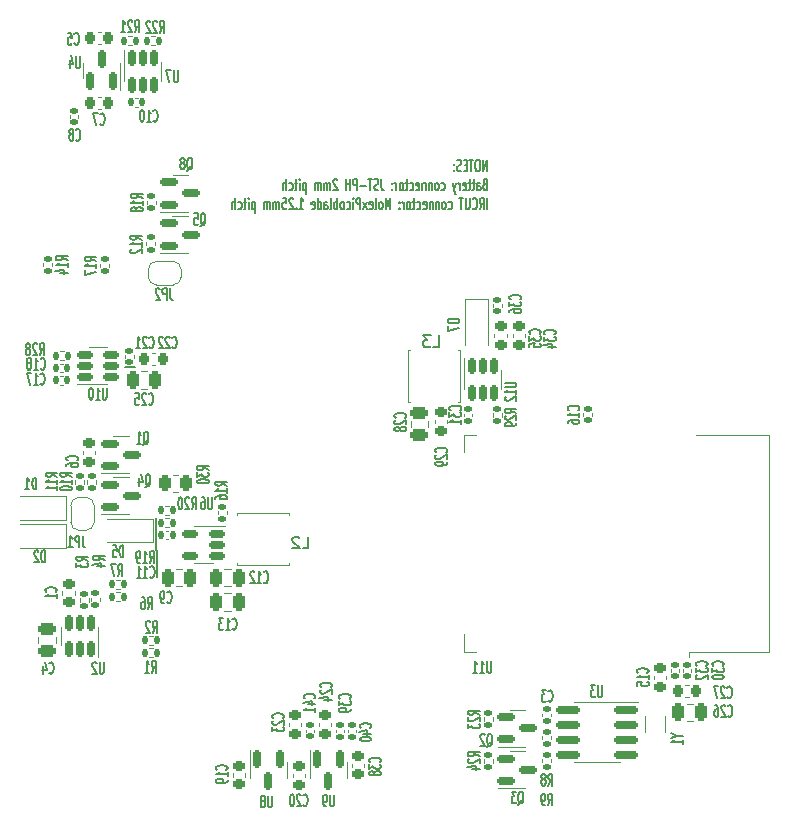
<source format=gbo>
%TF.GenerationSoftware,KiCad,Pcbnew,(6.0.10)*%
%TF.CreationDate,2023-01-09T17:37:14-08:00*%
%TF.ProjectId,ai-camera,61692d63-616d-4657-9261-2e6b69636164,rev?*%
%TF.SameCoordinates,PX5a995c0PY2aea540*%
%TF.FileFunction,Legend,Bot*%
%TF.FilePolarity,Positive*%
%FSLAX46Y46*%
G04 Gerber Fmt 4.6, Leading zero omitted, Abs format (unit mm)*
G04 Created by KiCad (PCBNEW (6.0.10)) date 2023-01-09 17:37:14*
%MOMM*%
%LPD*%
G01*
G04 APERTURE LIST*
G04 Aperture macros list*
%AMRoundRect*
0 Rectangle with rounded corners*
0 $1 Rounding radius*
0 $2 $3 $4 $5 $6 $7 $8 $9 X,Y pos of 4 corners*
0 Add a 4 corners polygon primitive as box body*
4,1,4,$2,$3,$4,$5,$6,$7,$8,$9,$2,$3,0*
0 Add four circle primitives for the rounded corners*
1,1,$1+$1,$2,$3*
1,1,$1+$1,$4,$5*
1,1,$1+$1,$6,$7*
1,1,$1+$1,$8,$9*
0 Add four rect primitives between the rounded corners*
20,1,$1+$1,$2,$3,$4,$5,0*
20,1,$1+$1,$4,$5,$6,$7,0*
20,1,$1+$1,$6,$7,$8,$9,0*
20,1,$1+$1,$8,$9,$2,$3,0*%
%AMFreePoly0*
4,1,22,0.500000,-0.750000,0.000000,-0.750000,0.000000,-0.745033,-0.079941,-0.743568,-0.215256,-0.701293,-0.333266,-0.622738,-0.424486,-0.514219,-0.481581,-0.384460,-0.499164,-0.250000,-0.500000,-0.250000,-0.500000,0.250000,-0.499164,0.250000,-0.499963,0.256109,-0.478152,0.396186,-0.417904,0.524511,-0.324060,0.630769,-0.204165,0.706417,-0.067858,0.745374,0.000000,0.744959,0.000000,0.750000,
0.500000,0.750000,0.500000,-0.750000,0.500000,-0.750000,$1*%
%AMFreePoly1*
4,1,20,0.000000,0.744959,0.073905,0.744508,0.209726,0.703889,0.328688,0.626782,0.421226,0.519385,0.479903,0.390333,0.500000,0.250000,0.500000,-0.250000,0.499851,-0.262216,0.476331,-0.402017,0.414519,-0.529596,0.319384,-0.634700,0.198574,-0.708877,0.061801,-0.746166,0.000000,-0.745033,0.000000,-0.750000,-0.500000,-0.750000,-0.500000,0.750000,0.000000,0.750000,0.000000,0.744959,
0.000000,0.744959,$1*%
G04 Aperture macros list end*
%ADD10C,0.150000*%
%ADD11C,0.177800*%
%ADD12C,0.120000*%
%ADD13C,5.600000*%
%ADD14C,3.600000*%
%ADD15C,4.000000*%
%ADD16C,1.700000*%
%ADD17C,1.440000*%
%ADD18C,0.800000*%
%ADD19O,1.550000X0.890000*%
%ADD20O,0.950000X1.250000*%
%ADD21R,1.700000X1.700000*%
%ADD22O,1.700000X1.700000*%
%ADD23R,1.524000X1.524000*%
%ADD24C,1.524000*%
%ADD25C,0.990600*%
%ADD26RoundRect,0.150000X-0.587500X-0.150000X0.587500X-0.150000X0.587500X0.150000X-0.587500X0.150000X0*%
%ADD27RoundRect,0.250000X0.475000X-0.250000X0.475000X0.250000X-0.475000X0.250000X-0.475000X-0.250000X0*%
%ADD28R,1.100000X3.700000*%
%ADD29RoundRect,0.225000X0.250000X-0.225000X0.250000X0.225000X-0.250000X0.225000X-0.250000X-0.225000X0*%
%ADD30RoundRect,0.140000X0.170000X-0.140000X0.170000X0.140000X-0.170000X0.140000X-0.170000X-0.140000X0*%
%ADD31RoundRect,0.135000X0.185000X-0.135000X0.185000X0.135000X-0.185000X0.135000X-0.185000X-0.135000X0*%
%ADD32RoundRect,0.135000X0.135000X0.185000X-0.135000X0.185000X-0.135000X-0.185000X0.135000X-0.185000X0*%
%ADD33R,0.900000X1.500000*%
%ADD34R,1.500000X0.900000*%
%ADD35C,0.600000*%
%ADD36R,3.900000X3.900000*%
%ADD37RoundRect,0.140000X0.140000X0.170000X-0.140000X0.170000X-0.140000X-0.170000X0.140000X-0.170000X0*%
%ADD38R,1.800000X1.000000*%
%ADD39RoundRect,0.225000X0.225000X0.250000X-0.225000X0.250000X-0.225000X-0.250000X0.225000X-0.250000X0*%
%ADD40RoundRect,0.140000X-0.170000X0.140000X-0.170000X-0.140000X0.170000X-0.140000X0.170000X0.140000X0*%
%ADD41R,0.900000X1.200000*%
%ADD42RoundRect,0.135000X-0.135000X-0.185000X0.135000X-0.185000X0.135000X0.185000X-0.135000X0.185000X0*%
%ADD43RoundRect,0.250000X0.250000X0.475000X-0.250000X0.475000X-0.250000X-0.475000X0.250000X-0.475000X0*%
%ADD44RoundRect,0.135000X-0.185000X0.135000X-0.185000X-0.135000X0.185000X-0.135000X0.185000X0.135000X0*%
%ADD45R,3.700000X1.100000*%
%ADD46RoundRect,0.150000X-0.150000X0.587500X-0.150000X-0.587500X0.150000X-0.587500X0.150000X0.587500X0*%
%ADD47RoundRect,0.140000X-0.140000X-0.170000X0.140000X-0.170000X0.140000X0.170000X-0.140000X0.170000X0*%
%ADD48FreePoly0,270.000000*%
%ADD49FreePoly1,270.000000*%
%ADD50RoundRect,0.150000X0.150000X-0.587500X0.150000X0.587500X-0.150000X0.587500X-0.150000X-0.587500X0*%
%ADD51FreePoly0,180.000000*%
%ADD52FreePoly1,180.000000*%
%ADD53RoundRect,0.150000X0.825000X0.150000X-0.825000X0.150000X-0.825000X-0.150000X0.825000X-0.150000X0*%
%ADD54RoundRect,0.150000X-0.150000X0.512500X-0.150000X-0.512500X0.150000X-0.512500X0.150000X0.512500X0*%
%ADD55RoundRect,0.225000X-0.250000X0.225000X-0.250000X-0.225000X0.250000X-0.225000X0.250000X0.225000X0*%
%ADD56R,1.200000X0.900000*%
%ADD57RoundRect,0.225000X-0.225000X-0.250000X0.225000X-0.250000X0.225000X0.250000X-0.225000X0.250000X0*%
%ADD58RoundRect,0.150000X0.512500X0.150000X-0.512500X0.150000X-0.512500X-0.150000X0.512500X-0.150000X0*%
%ADD59RoundRect,0.250000X-0.250000X-0.475000X0.250000X-0.475000X0.250000X0.475000X-0.250000X0.475000X0*%
%ADD60RoundRect,0.150000X-0.512500X-0.150000X0.512500X-0.150000X0.512500X0.150000X-0.512500X0.150000X0*%
%ADD61RoundRect,0.250000X0.262500X0.450000X-0.262500X0.450000X-0.262500X-0.450000X0.262500X-0.450000X0*%
%ADD62RoundRect,0.150000X0.150000X-0.512500X0.150000X0.512500X-0.150000X0.512500X-0.150000X-0.512500X0*%
G04 APERTURE END LIST*
D10*
X45729642Y-14232380D02*
X45729642Y-13232380D01*
X45386785Y-14232380D01*
X45386785Y-13232380D01*
X44986785Y-13232380D02*
X44872500Y-13232380D01*
X44815357Y-13280000D01*
X44758214Y-13375238D01*
X44729642Y-13565714D01*
X44729642Y-13899047D01*
X44758214Y-14089523D01*
X44815357Y-14184761D01*
X44872500Y-14232380D01*
X44986785Y-14232380D01*
X45043928Y-14184761D01*
X45101071Y-14089523D01*
X45129642Y-13899047D01*
X45129642Y-13565714D01*
X45101071Y-13375238D01*
X45043928Y-13280000D01*
X44986785Y-13232380D01*
X44558214Y-13232380D02*
X44215357Y-13232380D01*
X44386785Y-14232380D02*
X44386785Y-13232380D01*
X44015357Y-13708571D02*
X43815357Y-13708571D01*
X43729642Y-14232380D02*
X44015357Y-14232380D01*
X44015357Y-13232380D01*
X43729642Y-13232380D01*
X43501071Y-14184761D02*
X43415357Y-14232380D01*
X43272500Y-14232380D01*
X43215357Y-14184761D01*
X43186785Y-14137142D01*
X43158214Y-14041904D01*
X43158214Y-13946666D01*
X43186785Y-13851428D01*
X43215357Y-13803809D01*
X43272500Y-13756190D01*
X43386785Y-13708571D01*
X43443928Y-13660952D01*
X43472500Y-13613333D01*
X43501071Y-13518095D01*
X43501071Y-13422857D01*
X43472500Y-13327619D01*
X43443928Y-13280000D01*
X43386785Y-13232380D01*
X43243928Y-13232380D01*
X43158214Y-13280000D01*
X42901071Y-14137142D02*
X42872500Y-14184761D01*
X42901071Y-14232380D01*
X42929642Y-14184761D01*
X42901071Y-14137142D01*
X42901071Y-14232380D01*
X42901071Y-13613333D02*
X42872500Y-13660952D01*
X42901071Y-13708571D01*
X42929642Y-13660952D01*
X42901071Y-13613333D01*
X42901071Y-13708571D01*
X45529642Y-15318571D02*
X45443928Y-15366190D01*
X45415357Y-15413809D01*
X45386785Y-15509047D01*
X45386785Y-15651904D01*
X45415357Y-15747142D01*
X45443928Y-15794761D01*
X45501071Y-15842380D01*
X45729642Y-15842380D01*
X45729642Y-14842380D01*
X45529642Y-14842380D01*
X45472500Y-14890000D01*
X45443928Y-14937619D01*
X45415357Y-15032857D01*
X45415357Y-15128095D01*
X45443928Y-15223333D01*
X45472500Y-15270952D01*
X45529642Y-15318571D01*
X45729642Y-15318571D01*
X44872500Y-15842380D02*
X44872500Y-15318571D01*
X44901071Y-15223333D01*
X44958214Y-15175714D01*
X45072500Y-15175714D01*
X45129642Y-15223333D01*
X44872500Y-15794761D02*
X44929642Y-15842380D01*
X45072500Y-15842380D01*
X45129642Y-15794761D01*
X45158214Y-15699523D01*
X45158214Y-15604285D01*
X45129642Y-15509047D01*
X45072500Y-15461428D01*
X44929642Y-15461428D01*
X44872500Y-15413809D01*
X44672500Y-15175714D02*
X44443928Y-15175714D01*
X44586785Y-14842380D02*
X44586785Y-15699523D01*
X44558214Y-15794761D01*
X44501071Y-15842380D01*
X44443928Y-15842380D01*
X44329642Y-15175714D02*
X44101071Y-15175714D01*
X44243928Y-14842380D02*
X44243928Y-15699523D01*
X44215357Y-15794761D01*
X44158214Y-15842380D01*
X44101071Y-15842380D01*
X43672500Y-15794761D02*
X43729642Y-15842380D01*
X43843928Y-15842380D01*
X43901071Y-15794761D01*
X43929642Y-15699523D01*
X43929642Y-15318571D01*
X43901071Y-15223333D01*
X43843928Y-15175714D01*
X43729642Y-15175714D01*
X43672500Y-15223333D01*
X43643928Y-15318571D01*
X43643928Y-15413809D01*
X43929642Y-15509047D01*
X43386785Y-15842380D02*
X43386785Y-15175714D01*
X43386785Y-15366190D02*
X43358214Y-15270952D01*
X43329642Y-15223333D01*
X43272500Y-15175714D01*
X43215357Y-15175714D01*
X43072500Y-15175714D02*
X42929642Y-15842380D01*
X42786785Y-15175714D02*
X42929642Y-15842380D01*
X42986785Y-16080476D01*
X43015357Y-16128095D01*
X43072500Y-16175714D01*
X41843928Y-15794761D02*
X41901071Y-15842380D01*
X42015357Y-15842380D01*
X42072500Y-15794761D01*
X42101071Y-15747142D01*
X42129642Y-15651904D01*
X42129642Y-15366190D01*
X42101071Y-15270952D01*
X42072500Y-15223333D01*
X42015357Y-15175714D01*
X41901071Y-15175714D01*
X41843928Y-15223333D01*
X41501071Y-15842380D02*
X41558214Y-15794761D01*
X41586785Y-15747142D01*
X41615357Y-15651904D01*
X41615357Y-15366190D01*
X41586785Y-15270952D01*
X41558214Y-15223333D01*
X41501071Y-15175714D01*
X41415357Y-15175714D01*
X41358214Y-15223333D01*
X41329642Y-15270952D01*
X41301071Y-15366190D01*
X41301071Y-15651904D01*
X41329642Y-15747142D01*
X41358214Y-15794761D01*
X41415357Y-15842380D01*
X41501071Y-15842380D01*
X41043928Y-15175714D02*
X41043928Y-15842380D01*
X41043928Y-15270952D02*
X41015357Y-15223333D01*
X40958214Y-15175714D01*
X40872500Y-15175714D01*
X40815357Y-15223333D01*
X40786785Y-15318571D01*
X40786785Y-15842380D01*
X40501071Y-15175714D02*
X40501071Y-15842380D01*
X40501071Y-15270952D02*
X40472500Y-15223333D01*
X40415357Y-15175714D01*
X40329642Y-15175714D01*
X40272500Y-15223333D01*
X40243928Y-15318571D01*
X40243928Y-15842380D01*
X39729642Y-15794761D02*
X39786785Y-15842380D01*
X39901071Y-15842380D01*
X39958214Y-15794761D01*
X39986785Y-15699523D01*
X39986785Y-15318571D01*
X39958214Y-15223333D01*
X39901071Y-15175714D01*
X39786785Y-15175714D01*
X39729642Y-15223333D01*
X39701071Y-15318571D01*
X39701071Y-15413809D01*
X39986785Y-15509047D01*
X39186785Y-15794761D02*
X39243928Y-15842380D01*
X39358214Y-15842380D01*
X39415357Y-15794761D01*
X39443928Y-15747142D01*
X39472500Y-15651904D01*
X39472500Y-15366190D01*
X39443928Y-15270952D01*
X39415357Y-15223333D01*
X39358214Y-15175714D01*
X39243928Y-15175714D01*
X39186785Y-15223333D01*
X39015357Y-15175714D02*
X38786785Y-15175714D01*
X38929642Y-14842380D02*
X38929642Y-15699523D01*
X38901071Y-15794761D01*
X38843928Y-15842380D01*
X38786785Y-15842380D01*
X38501071Y-15842380D02*
X38558214Y-15794761D01*
X38586785Y-15747142D01*
X38615357Y-15651904D01*
X38615357Y-15366190D01*
X38586785Y-15270952D01*
X38558214Y-15223333D01*
X38501071Y-15175714D01*
X38415357Y-15175714D01*
X38358214Y-15223333D01*
X38329642Y-15270952D01*
X38301071Y-15366190D01*
X38301071Y-15651904D01*
X38329642Y-15747142D01*
X38358214Y-15794761D01*
X38415357Y-15842380D01*
X38501071Y-15842380D01*
X38043928Y-15842380D02*
X38043928Y-15175714D01*
X38043928Y-15366190D02*
X38015357Y-15270952D01*
X37986785Y-15223333D01*
X37929642Y-15175714D01*
X37872500Y-15175714D01*
X37672500Y-15747142D02*
X37643928Y-15794761D01*
X37672500Y-15842380D01*
X37701071Y-15794761D01*
X37672500Y-15747142D01*
X37672500Y-15842380D01*
X37672500Y-15223333D02*
X37643928Y-15270952D01*
X37672500Y-15318571D01*
X37701071Y-15270952D01*
X37672500Y-15223333D01*
X37672500Y-15318571D01*
X36758214Y-14842380D02*
X36758214Y-15556666D01*
X36786785Y-15699523D01*
X36843928Y-15794761D01*
X36929642Y-15842380D01*
X36986785Y-15842380D01*
X36501071Y-15794761D02*
X36415357Y-15842380D01*
X36272500Y-15842380D01*
X36215357Y-15794761D01*
X36186785Y-15747142D01*
X36158214Y-15651904D01*
X36158214Y-15556666D01*
X36186785Y-15461428D01*
X36215357Y-15413809D01*
X36272500Y-15366190D01*
X36386785Y-15318571D01*
X36443928Y-15270952D01*
X36472500Y-15223333D01*
X36501071Y-15128095D01*
X36501071Y-15032857D01*
X36472500Y-14937619D01*
X36443928Y-14890000D01*
X36386785Y-14842380D01*
X36243928Y-14842380D01*
X36158214Y-14890000D01*
X35986785Y-14842380D02*
X35643928Y-14842380D01*
X35815357Y-15842380D02*
X35815357Y-14842380D01*
X35443928Y-15461428D02*
X34986785Y-15461428D01*
X34701071Y-15842380D02*
X34701071Y-14842380D01*
X34472500Y-14842380D01*
X34415357Y-14890000D01*
X34386785Y-14937619D01*
X34358214Y-15032857D01*
X34358214Y-15175714D01*
X34386785Y-15270952D01*
X34415357Y-15318571D01*
X34472500Y-15366190D01*
X34701071Y-15366190D01*
X34101071Y-15842380D02*
X34101071Y-14842380D01*
X34101071Y-15318571D02*
X33758214Y-15318571D01*
X33758214Y-15842380D02*
X33758214Y-14842380D01*
X33043928Y-14937619D02*
X33015357Y-14890000D01*
X32958214Y-14842380D01*
X32815357Y-14842380D01*
X32758214Y-14890000D01*
X32729642Y-14937619D01*
X32701071Y-15032857D01*
X32701071Y-15128095D01*
X32729642Y-15270952D01*
X33072500Y-15842380D01*
X32701071Y-15842380D01*
X32443928Y-15842380D02*
X32443928Y-15175714D01*
X32443928Y-15270952D02*
X32415357Y-15223333D01*
X32358214Y-15175714D01*
X32272500Y-15175714D01*
X32215357Y-15223333D01*
X32186785Y-15318571D01*
X32186785Y-15842380D01*
X32186785Y-15318571D02*
X32158214Y-15223333D01*
X32101071Y-15175714D01*
X32015357Y-15175714D01*
X31958214Y-15223333D01*
X31929642Y-15318571D01*
X31929642Y-15842380D01*
X31643928Y-15842380D02*
X31643928Y-15175714D01*
X31643928Y-15270952D02*
X31615357Y-15223333D01*
X31558214Y-15175714D01*
X31472500Y-15175714D01*
X31415357Y-15223333D01*
X31386785Y-15318571D01*
X31386785Y-15842380D01*
X31386785Y-15318571D02*
X31358214Y-15223333D01*
X31301071Y-15175714D01*
X31215357Y-15175714D01*
X31158214Y-15223333D01*
X31129642Y-15318571D01*
X31129642Y-15842380D01*
X30386785Y-15175714D02*
X30386785Y-16175714D01*
X30386785Y-15223333D02*
X30329642Y-15175714D01*
X30215357Y-15175714D01*
X30158214Y-15223333D01*
X30129642Y-15270952D01*
X30101071Y-15366190D01*
X30101071Y-15651904D01*
X30129642Y-15747142D01*
X30158214Y-15794761D01*
X30215357Y-15842380D01*
X30329642Y-15842380D01*
X30386785Y-15794761D01*
X29843928Y-15842380D02*
X29843928Y-15175714D01*
X29843928Y-14842380D02*
X29872500Y-14890000D01*
X29843928Y-14937619D01*
X29815357Y-14890000D01*
X29843928Y-14842380D01*
X29843928Y-14937619D01*
X29643928Y-15175714D02*
X29415357Y-15175714D01*
X29558214Y-14842380D02*
X29558214Y-15699523D01*
X29529642Y-15794761D01*
X29472500Y-15842380D01*
X29415357Y-15842380D01*
X28958214Y-15794761D02*
X29015357Y-15842380D01*
X29129642Y-15842380D01*
X29186785Y-15794761D01*
X29215357Y-15747142D01*
X29243928Y-15651904D01*
X29243928Y-15366190D01*
X29215357Y-15270952D01*
X29186785Y-15223333D01*
X29129642Y-15175714D01*
X29015357Y-15175714D01*
X28958214Y-15223333D01*
X28701071Y-15842380D02*
X28701071Y-14842380D01*
X28443928Y-15842380D02*
X28443928Y-15318571D01*
X28472500Y-15223333D01*
X28529642Y-15175714D01*
X28615357Y-15175714D01*
X28672500Y-15223333D01*
X28701071Y-15270952D01*
X45729642Y-17452380D02*
X45729642Y-16452380D01*
X45101071Y-17452380D02*
X45301071Y-16976190D01*
X45443928Y-17452380D02*
X45443928Y-16452380D01*
X45215357Y-16452380D01*
X45158214Y-16500000D01*
X45129642Y-16547619D01*
X45101071Y-16642857D01*
X45101071Y-16785714D01*
X45129642Y-16880952D01*
X45158214Y-16928571D01*
X45215357Y-16976190D01*
X45443928Y-16976190D01*
X44501071Y-17357142D02*
X44529642Y-17404761D01*
X44615357Y-17452380D01*
X44672500Y-17452380D01*
X44758214Y-17404761D01*
X44815357Y-17309523D01*
X44843928Y-17214285D01*
X44872500Y-17023809D01*
X44872500Y-16880952D01*
X44843928Y-16690476D01*
X44815357Y-16595238D01*
X44758214Y-16500000D01*
X44672500Y-16452380D01*
X44615357Y-16452380D01*
X44529642Y-16500000D01*
X44501071Y-16547619D01*
X44243928Y-16452380D02*
X44243928Y-17261904D01*
X44215357Y-17357142D01*
X44186785Y-17404761D01*
X44129642Y-17452380D01*
X44015357Y-17452380D01*
X43958214Y-17404761D01*
X43929642Y-17357142D01*
X43901071Y-17261904D01*
X43901071Y-16452380D01*
X43701071Y-16452380D02*
X43358214Y-16452380D01*
X43529642Y-17452380D02*
X43529642Y-16452380D01*
X42443928Y-17404761D02*
X42501071Y-17452380D01*
X42615357Y-17452380D01*
X42672500Y-17404761D01*
X42701071Y-17357142D01*
X42729642Y-17261904D01*
X42729642Y-16976190D01*
X42701071Y-16880952D01*
X42672500Y-16833333D01*
X42615357Y-16785714D01*
X42501071Y-16785714D01*
X42443928Y-16833333D01*
X42101071Y-17452380D02*
X42158214Y-17404761D01*
X42186785Y-17357142D01*
X42215357Y-17261904D01*
X42215357Y-16976190D01*
X42186785Y-16880952D01*
X42158214Y-16833333D01*
X42101071Y-16785714D01*
X42015357Y-16785714D01*
X41958214Y-16833333D01*
X41929642Y-16880952D01*
X41901071Y-16976190D01*
X41901071Y-17261904D01*
X41929642Y-17357142D01*
X41958214Y-17404761D01*
X42015357Y-17452380D01*
X42101071Y-17452380D01*
X41643928Y-16785714D02*
X41643928Y-17452380D01*
X41643928Y-16880952D02*
X41615357Y-16833333D01*
X41558214Y-16785714D01*
X41472500Y-16785714D01*
X41415357Y-16833333D01*
X41386785Y-16928571D01*
X41386785Y-17452380D01*
X41101071Y-16785714D02*
X41101071Y-17452380D01*
X41101071Y-16880952D02*
X41072500Y-16833333D01*
X41015357Y-16785714D01*
X40929642Y-16785714D01*
X40872500Y-16833333D01*
X40843928Y-16928571D01*
X40843928Y-17452380D01*
X40329642Y-17404761D02*
X40386785Y-17452380D01*
X40501071Y-17452380D01*
X40558214Y-17404761D01*
X40586785Y-17309523D01*
X40586785Y-16928571D01*
X40558214Y-16833333D01*
X40501071Y-16785714D01*
X40386785Y-16785714D01*
X40329642Y-16833333D01*
X40301071Y-16928571D01*
X40301071Y-17023809D01*
X40586785Y-17119047D01*
X39786785Y-17404761D02*
X39843928Y-17452380D01*
X39958214Y-17452380D01*
X40015357Y-17404761D01*
X40043928Y-17357142D01*
X40072500Y-17261904D01*
X40072500Y-16976190D01*
X40043928Y-16880952D01*
X40015357Y-16833333D01*
X39958214Y-16785714D01*
X39843928Y-16785714D01*
X39786785Y-16833333D01*
X39615357Y-16785714D02*
X39386785Y-16785714D01*
X39529642Y-16452380D02*
X39529642Y-17309523D01*
X39501071Y-17404761D01*
X39443928Y-17452380D01*
X39386785Y-17452380D01*
X39101071Y-17452380D02*
X39158214Y-17404761D01*
X39186785Y-17357142D01*
X39215357Y-17261904D01*
X39215357Y-16976190D01*
X39186785Y-16880952D01*
X39158214Y-16833333D01*
X39101071Y-16785714D01*
X39015357Y-16785714D01*
X38958214Y-16833333D01*
X38929642Y-16880952D01*
X38901071Y-16976190D01*
X38901071Y-17261904D01*
X38929642Y-17357142D01*
X38958214Y-17404761D01*
X39015357Y-17452380D01*
X39101071Y-17452380D01*
X38643928Y-17452380D02*
X38643928Y-16785714D01*
X38643928Y-16976190D02*
X38615357Y-16880952D01*
X38586785Y-16833333D01*
X38529642Y-16785714D01*
X38472500Y-16785714D01*
X38272500Y-17357142D02*
X38243928Y-17404761D01*
X38272500Y-17452380D01*
X38301071Y-17404761D01*
X38272500Y-17357142D01*
X38272500Y-17452380D01*
X38272500Y-16833333D02*
X38243928Y-16880952D01*
X38272500Y-16928571D01*
X38301071Y-16880952D01*
X38272500Y-16833333D01*
X38272500Y-16928571D01*
X37529642Y-17452380D02*
X37529642Y-16452380D01*
X37329642Y-17166666D01*
X37129642Y-16452380D01*
X37129642Y-17452380D01*
X36758214Y-17452380D02*
X36815357Y-17404761D01*
X36843928Y-17357142D01*
X36872500Y-17261904D01*
X36872500Y-16976190D01*
X36843928Y-16880952D01*
X36815357Y-16833333D01*
X36758214Y-16785714D01*
X36672500Y-16785714D01*
X36615357Y-16833333D01*
X36586785Y-16880952D01*
X36558214Y-16976190D01*
X36558214Y-17261904D01*
X36586785Y-17357142D01*
X36615357Y-17404761D01*
X36672500Y-17452380D01*
X36758214Y-17452380D01*
X36215357Y-17452380D02*
X36272500Y-17404761D01*
X36301071Y-17309523D01*
X36301071Y-16452380D01*
X35758214Y-17404761D02*
X35815357Y-17452380D01*
X35929642Y-17452380D01*
X35986785Y-17404761D01*
X36015357Y-17309523D01*
X36015357Y-16928571D01*
X35986785Y-16833333D01*
X35929642Y-16785714D01*
X35815357Y-16785714D01*
X35758214Y-16833333D01*
X35729642Y-16928571D01*
X35729642Y-17023809D01*
X36015357Y-17119047D01*
X35529642Y-17452380D02*
X35215357Y-16785714D01*
X35529642Y-16785714D02*
X35215357Y-17452380D01*
X34986785Y-17452380D02*
X34986785Y-16452380D01*
X34758214Y-16452380D01*
X34701071Y-16500000D01*
X34672500Y-16547619D01*
X34643928Y-16642857D01*
X34643928Y-16785714D01*
X34672500Y-16880952D01*
X34701071Y-16928571D01*
X34758214Y-16976190D01*
X34986785Y-16976190D01*
X34386785Y-17452380D02*
X34386785Y-16785714D01*
X34386785Y-16452380D02*
X34415357Y-16500000D01*
X34386785Y-16547619D01*
X34358214Y-16500000D01*
X34386785Y-16452380D01*
X34386785Y-16547619D01*
X33843928Y-17404761D02*
X33901071Y-17452380D01*
X34015357Y-17452380D01*
X34072500Y-17404761D01*
X34101071Y-17357142D01*
X34129642Y-17261904D01*
X34129642Y-16976190D01*
X34101071Y-16880952D01*
X34072500Y-16833333D01*
X34015357Y-16785714D01*
X33901071Y-16785714D01*
X33843928Y-16833333D01*
X33501071Y-17452380D02*
X33558214Y-17404761D01*
X33586785Y-17357142D01*
X33615357Y-17261904D01*
X33615357Y-16976190D01*
X33586785Y-16880952D01*
X33558214Y-16833333D01*
X33501071Y-16785714D01*
X33415357Y-16785714D01*
X33358214Y-16833333D01*
X33329642Y-16880952D01*
X33301071Y-16976190D01*
X33301071Y-17261904D01*
X33329642Y-17357142D01*
X33358214Y-17404761D01*
X33415357Y-17452380D01*
X33501071Y-17452380D01*
X33043928Y-17452380D02*
X33043928Y-16452380D01*
X33043928Y-16833333D02*
X32986785Y-16785714D01*
X32872500Y-16785714D01*
X32815357Y-16833333D01*
X32786785Y-16880952D01*
X32758214Y-16976190D01*
X32758214Y-17261904D01*
X32786785Y-17357142D01*
X32815357Y-17404761D01*
X32872500Y-17452380D01*
X32986785Y-17452380D01*
X33043928Y-17404761D01*
X32415357Y-17452380D02*
X32472500Y-17404761D01*
X32501071Y-17309523D01*
X32501071Y-16452380D01*
X31929642Y-17452380D02*
X31929642Y-16928571D01*
X31958214Y-16833333D01*
X32015357Y-16785714D01*
X32129642Y-16785714D01*
X32186785Y-16833333D01*
X31929642Y-17404761D02*
X31986785Y-17452380D01*
X32129642Y-17452380D01*
X32186785Y-17404761D01*
X32215357Y-17309523D01*
X32215357Y-17214285D01*
X32186785Y-17119047D01*
X32129642Y-17071428D01*
X31986785Y-17071428D01*
X31929642Y-17023809D01*
X31386785Y-17452380D02*
X31386785Y-16452380D01*
X31386785Y-17404761D02*
X31443928Y-17452380D01*
X31558214Y-17452380D01*
X31615357Y-17404761D01*
X31643928Y-17357142D01*
X31672500Y-17261904D01*
X31672500Y-16976190D01*
X31643928Y-16880952D01*
X31615357Y-16833333D01*
X31558214Y-16785714D01*
X31443928Y-16785714D01*
X31386785Y-16833333D01*
X30872500Y-17404761D02*
X30929642Y-17452380D01*
X31043928Y-17452380D01*
X31101071Y-17404761D01*
X31129642Y-17309523D01*
X31129642Y-16928571D01*
X31101071Y-16833333D01*
X31043928Y-16785714D01*
X30929642Y-16785714D01*
X30872500Y-16833333D01*
X30843928Y-16928571D01*
X30843928Y-17023809D01*
X31129642Y-17119047D01*
X29815357Y-17452380D02*
X30158214Y-17452380D01*
X29986785Y-17452380D02*
X29986785Y-16452380D01*
X30043928Y-16595238D01*
X30101071Y-16690476D01*
X30158214Y-16738095D01*
X29558214Y-17357142D02*
X29529642Y-17404761D01*
X29558214Y-17452380D01*
X29586785Y-17404761D01*
X29558214Y-17357142D01*
X29558214Y-17452380D01*
X29301071Y-16547619D02*
X29272500Y-16500000D01*
X29215357Y-16452380D01*
X29072500Y-16452380D01*
X29015357Y-16500000D01*
X28986785Y-16547619D01*
X28958214Y-16642857D01*
X28958214Y-16738095D01*
X28986785Y-16880952D01*
X29329642Y-17452380D01*
X28958214Y-17452380D01*
X28415357Y-16452380D02*
X28701071Y-16452380D01*
X28729642Y-16928571D01*
X28701071Y-16880952D01*
X28643928Y-16833333D01*
X28501071Y-16833333D01*
X28443928Y-16880952D01*
X28415357Y-16928571D01*
X28386785Y-17023809D01*
X28386785Y-17261904D01*
X28415357Y-17357142D01*
X28443928Y-17404761D01*
X28501071Y-17452380D01*
X28643928Y-17452380D01*
X28701071Y-17404761D01*
X28729642Y-17357142D01*
X28129642Y-17452380D02*
X28129642Y-16785714D01*
X28129642Y-16880952D02*
X28101071Y-16833333D01*
X28043928Y-16785714D01*
X27958214Y-16785714D01*
X27901071Y-16833333D01*
X27872500Y-16928571D01*
X27872500Y-17452380D01*
X27872500Y-16928571D02*
X27843928Y-16833333D01*
X27786785Y-16785714D01*
X27701071Y-16785714D01*
X27643928Y-16833333D01*
X27615357Y-16928571D01*
X27615357Y-17452380D01*
X27329642Y-17452380D02*
X27329642Y-16785714D01*
X27329642Y-16880952D02*
X27301071Y-16833333D01*
X27243928Y-16785714D01*
X27158214Y-16785714D01*
X27101071Y-16833333D01*
X27072500Y-16928571D01*
X27072500Y-17452380D01*
X27072500Y-16928571D02*
X27043928Y-16833333D01*
X26986785Y-16785714D01*
X26901071Y-16785714D01*
X26843928Y-16833333D01*
X26815357Y-16928571D01*
X26815357Y-17452380D01*
X26072500Y-16785714D02*
X26072500Y-17785714D01*
X26072500Y-16833333D02*
X26015357Y-16785714D01*
X25901071Y-16785714D01*
X25843928Y-16833333D01*
X25815357Y-16880952D01*
X25786785Y-16976190D01*
X25786785Y-17261904D01*
X25815357Y-17357142D01*
X25843928Y-17404761D01*
X25901071Y-17452380D01*
X26015357Y-17452380D01*
X26072500Y-17404761D01*
X25529642Y-17452380D02*
X25529642Y-16785714D01*
X25529642Y-16452380D02*
X25558214Y-16500000D01*
X25529642Y-16547619D01*
X25501071Y-16500000D01*
X25529642Y-16452380D01*
X25529642Y-16547619D01*
X25329642Y-16785714D02*
X25101071Y-16785714D01*
X25243928Y-16452380D02*
X25243928Y-17309523D01*
X25215357Y-17404761D01*
X25158214Y-17452380D01*
X25101071Y-17452380D01*
X24643928Y-17404761D02*
X24701071Y-17452380D01*
X24815357Y-17452380D01*
X24872500Y-17404761D01*
X24901071Y-17357142D01*
X24929642Y-17261904D01*
X24929642Y-16976190D01*
X24901071Y-16880952D01*
X24872500Y-16833333D01*
X24815357Y-16785714D01*
X24701071Y-16785714D01*
X24643928Y-16833333D01*
X24386785Y-17452380D02*
X24386785Y-16452380D01*
X24129642Y-17452380D02*
X24129642Y-16928571D01*
X24158214Y-16833333D01*
X24215357Y-16785714D01*
X24301071Y-16785714D01*
X24358214Y-16833333D01*
X24386785Y-16880952D01*
D11*
X17770000Y-46390000D02*
X17640000Y-46260000D01*
X17640000Y-46260000D02*
X17640000Y-43550000D01*
X15930000Y-30820000D02*
X15060000Y-30820000D01*
X17770000Y-48550000D02*
X17770000Y-46390000D01*
D10*
X21427142Y-18867619D02*
X21484285Y-18820000D01*
X21541428Y-18724761D01*
X21627142Y-18581904D01*
X21684285Y-18534285D01*
X21741428Y-18534285D01*
X21712857Y-18772380D02*
X21770000Y-18724761D01*
X21827142Y-18629523D01*
X21855714Y-18439047D01*
X21855714Y-18105714D01*
X21827142Y-17915238D01*
X21770000Y-17820000D01*
X21712857Y-17772380D01*
X21598571Y-17772380D01*
X21541428Y-17820000D01*
X21484285Y-17915238D01*
X21455714Y-18105714D01*
X21455714Y-18439047D01*
X21484285Y-18629523D01*
X21541428Y-18724761D01*
X21598571Y-18772380D01*
X21712857Y-18772380D01*
X20912857Y-17772380D02*
X21198571Y-17772380D01*
X21227142Y-18248571D01*
X21198571Y-18200952D01*
X21141428Y-18153333D01*
X20998571Y-18153333D01*
X20941428Y-18200952D01*
X20912857Y-18248571D01*
X20884285Y-18343809D01*
X20884285Y-18581904D01*
X20912857Y-18677142D01*
X20941428Y-18724761D01*
X20998571Y-18772380D01*
X21141428Y-18772380D01*
X21198571Y-18724761D01*
X21227142Y-18677142D01*
X8650000Y-56697142D02*
X8678571Y-56744761D01*
X8764285Y-56792380D01*
X8821428Y-56792380D01*
X8907142Y-56744761D01*
X8964285Y-56649523D01*
X8992857Y-56554285D01*
X9021428Y-56363809D01*
X9021428Y-56220952D01*
X8992857Y-56030476D01*
X8964285Y-55935238D01*
X8907142Y-55840000D01*
X8821428Y-55792380D01*
X8764285Y-55792380D01*
X8678571Y-55840000D01*
X8650000Y-55887619D01*
X8135714Y-56125714D02*
X8135714Y-56792380D01*
X8278571Y-55744761D02*
X8421428Y-56459047D01*
X8050000Y-56459047D01*
X30086666Y-46162380D02*
X30562857Y-46162380D01*
X30562857Y-45162380D01*
X29800952Y-45257619D02*
X29753333Y-45210000D01*
X29658095Y-45162380D01*
X29420000Y-45162380D01*
X29324761Y-45210000D01*
X29277142Y-45257619D01*
X29229523Y-45352857D01*
X29229523Y-45448095D01*
X29277142Y-45590952D01*
X29848571Y-46162380D01*
X29229523Y-46162380D01*
X42237142Y-38004285D02*
X42284761Y-37975714D01*
X42332380Y-37890000D01*
X42332380Y-37832857D01*
X42284761Y-37747142D01*
X42189523Y-37690000D01*
X42094285Y-37661428D01*
X41903809Y-37632857D01*
X41760952Y-37632857D01*
X41570476Y-37661428D01*
X41475238Y-37690000D01*
X41380000Y-37747142D01*
X41332380Y-37832857D01*
X41332380Y-37890000D01*
X41380000Y-37975714D01*
X41427619Y-38004285D01*
X41427619Y-38232857D02*
X41380000Y-38261428D01*
X41332380Y-38318571D01*
X41332380Y-38461428D01*
X41380000Y-38518571D01*
X41427619Y-38547142D01*
X41522857Y-38575714D01*
X41618095Y-38575714D01*
X41760952Y-38547142D01*
X42332380Y-38204285D01*
X42332380Y-38575714D01*
X42332380Y-38861428D02*
X42332380Y-38975714D01*
X42284761Y-39032857D01*
X42237142Y-39061428D01*
X42094285Y-39118571D01*
X41903809Y-39147142D01*
X41522857Y-39147142D01*
X41427619Y-39118571D01*
X41380000Y-39090000D01*
X41332380Y-39032857D01*
X41332380Y-38918571D01*
X41380000Y-38861428D01*
X41427619Y-38832857D01*
X41522857Y-38804285D01*
X41760952Y-38804285D01*
X41856190Y-38832857D01*
X41903809Y-38861428D01*
X41951428Y-38918571D01*
X41951428Y-39032857D01*
X41903809Y-39090000D01*
X41856190Y-39118571D01*
X41760952Y-39147142D01*
X50900000Y-59047142D02*
X50928571Y-59094761D01*
X51014285Y-59142380D01*
X51071428Y-59142380D01*
X51157142Y-59094761D01*
X51214285Y-58999523D01*
X51242857Y-58904285D01*
X51271428Y-58713809D01*
X51271428Y-58570952D01*
X51242857Y-58380476D01*
X51214285Y-58285238D01*
X51157142Y-58190000D01*
X51071428Y-58142380D01*
X51014285Y-58142380D01*
X50928571Y-58190000D01*
X50900000Y-58237619D01*
X50700000Y-58142380D02*
X50328571Y-58142380D01*
X50528571Y-58523333D01*
X50442857Y-58523333D01*
X50385714Y-58570952D01*
X50357142Y-58618571D01*
X50328571Y-58713809D01*
X50328571Y-58951904D01*
X50357142Y-59047142D01*
X50385714Y-59094761D01*
X50442857Y-59142380D01*
X50614285Y-59142380D01*
X50671428Y-59094761D01*
X50700000Y-59047142D01*
X23712380Y-40854285D02*
X23236190Y-40654285D01*
X23712380Y-40511428D02*
X22712380Y-40511428D01*
X22712380Y-40740000D01*
X22760000Y-40797142D01*
X22807619Y-40825714D01*
X22902857Y-40854285D01*
X23045714Y-40854285D01*
X23140952Y-40825714D01*
X23188571Y-40797142D01*
X23236190Y-40740000D01*
X23236190Y-40511428D01*
X23712380Y-41425714D02*
X23712380Y-41082857D01*
X23712380Y-41254285D02*
X22712380Y-41254285D01*
X22855238Y-41197142D01*
X22950476Y-41140000D01*
X22998095Y-41082857D01*
X22712380Y-41940000D02*
X22712380Y-41825714D01*
X22760000Y-41768571D01*
X22807619Y-41740000D01*
X22950476Y-41682857D01*
X23140952Y-41654285D01*
X23521904Y-41654285D01*
X23617142Y-41682857D01*
X23664761Y-41711428D01*
X23712380Y-41768571D01*
X23712380Y-41882857D01*
X23664761Y-41940000D01*
X23617142Y-41968571D01*
X23521904Y-41997142D01*
X23283809Y-41997142D01*
X23188571Y-41968571D01*
X23140952Y-41940000D01*
X23093333Y-41882857D01*
X23093333Y-41768571D01*
X23140952Y-41711428D01*
X23188571Y-41682857D01*
X23283809Y-41654285D01*
X17390000Y-53302380D02*
X17590000Y-52826190D01*
X17732857Y-53302380D02*
X17732857Y-52302380D01*
X17504285Y-52302380D01*
X17447142Y-52350000D01*
X17418571Y-52397619D01*
X17390000Y-52492857D01*
X17390000Y-52635714D01*
X17418571Y-52730952D01*
X17447142Y-52778571D01*
X17504285Y-52826190D01*
X17732857Y-52826190D01*
X17161428Y-52397619D02*
X17132857Y-52350000D01*
X17075714Y-52302380D01*
X16932857Y-52302380D01*
X16875714Y-52350000D01*
X16847142Y-52397619D01*
X16818571Y-52492857D01*
X16818571Y-52588095D01*
X16847142Y-52730952D01*
X17190000Y-53302380D01*
X16818571Y-53302380D01*
X46062857Y-55682380D02*
X46062857Y-56491904D01*
X46034285Y-56587142D01*
X46005714Y-56634761D01*
X45948571Y-56682380D01*
X45834285Y-56682380D01*
X45777142Y-56634761D01*
X45748571Y-56587142D01*
X45720000Y-56491904D01*
X45720000Y-55682380D01*
X45120000Y-56682380D02*
X45462857Y-56682380D01*
X45291428Y-56682380D02*
X45291428Y-55682380D01*
X45348571Y-55825238D01*
X45405714Y-55920476D01*
X45462857Y-55968095D01*
X44548571Y-56682380D02*
X44891428Y-56682380D01*
X44720000Y-56682380D02*
X44720000Y-55682380D01*
X44777142Y-55825238D01*
X44834285Y-55920476D01*
X44891428Y-55968095D01*
X7905714Y-30917142D02*
X7934285Y-30964761D01*
X8020000Y-31012380D01*
X8077142Y-31012380D01*
X8162857Y-30964761D01*
X8220000Y-30869523D01*
X8248571Y-30774285D01*
X8277142Y-30583809D01*
X8277142Y-30440952D01*
X8248571Y-30250476D01*
X8220000Y-30155238D01*
X8162857Y-30060000D01*
X8077142Y-30012380D01*
X8020000Y-30012380D01*
X7934285Y-30060000D01*
X7905714Y-30107619D01*
X7334285Y-31012380D02*
X7677142Y-31012380D01*
X7505714Y-31012380D02*
X7505714Y-30012380D01*
X7562857Y-30155238D01*
X7620000Y-30250476D01*
X7677142Y-30298095D01*
X6991428Y-30440952D02*
X7048571Y-30393333D01*
X7077142Y-30345714D01*
X7105714Y-30250476D01*
X7105714Y-30202857D01*
X7077142Y-30107619D01*
X7048571Y-30060000D01*
X6991428Y-30012380D01*
X6877142Y-30012380D01*
X6820000Y-30060000D01*
X6791428Y-30107619D01*
X6762857Y-30202857D01*
X6762857Y-30250476D01*
X6791428Y-30345714D01*
X6820000Y-30393333D01*
X6877142Y-30440952D01*
X6991428Y-30440952D01*
X7048571Y-30488571D01*
X7077142Y-30536190D01*
X7105714Y-30631428D01*
X7105714Y-30821904D01*
X7077142Y-30917142D01*
X7048571Y-30964761D01*
X6991428Y-31012380D01*
X6877142Y-31012380D01*
X6820000Y-30964761D01*
X6791428Y-30917142D01*
X6762857Y-30821904D01*
X6762857Y-30631428D01*
X6791428Y-30536190D01*
X6820000Y-30488571D01*
X6877142Y-30440952D01*
X61796190Y-62014285D02*
X62272380Y-62014285D01*
X61272380Y-61814285D02*
X61796190Y-62014285D01*
X61272380Y-62214285D01*
X62272380Y-62728571D02*
X62272380Y-62385714D01*
X62272380Y-62557142D02*
X61272380Y-62557142D01*
X61415238Y-62500000D01*
X61510476Y-62442857D01*
X61558095Y-62385714D01*
X19055714Y-29127142D02*
X19084285Y-29174761D01*
X19170000Y-29222380D01*
X19227142Y-29222380D01*
X19312857Y-29174761D01*
X19370000Y-29079523D01*
X19398571Y-28984285D01*
X19427142Y-28793809D01*
X19427142Y-28650952D01*
X19398571Y-28460476D01*
X19370000Y-28365238D01*
X19312857Y-28270000D01*
X19227142Y-28222380D01*
X19170000Y-28222380D01*
X19084285Y-28270000D01*
X19055714Y-28317619D01*
X18827142Y-28317619D02*
X18798571Y-28270000D01*
X18741428Y-28222380D01*
X18598571Y-28222380D01*
X18541428Y-28270000D01*
X18512857Y-28317619D01*
X18484285Y-28412857D01*
X18484285Y-28508095D01*
X18512857Y-28650952D01*
X18855714Y-29222380D01*
X18484285Y-29222380D01*
X18255714Y-28317619D02*
X18227142Y-28270000D01*
X18170000Y-28222380D01*
X18027142Y-28222380D01*
X17970000Y-28270000D01*
X17941428Y-28317619D01*
X17912857Y-28412857D01*
X17912857Y-28508095D01*
X17941428Y-28650952D01*
X18284285Y-29222380D01*
X17912857Y-29222380D01*
X48507142Y-25074285D02*
X48554761Y-25045714D01*
X48602380Y-24960000D01*
X48602380Y-24902857D01*
X48554761Y-24817142D01*
X48459523Y-24760000D01*
X48364285Y-24731428D01*
X48173809Y-24702857D01*
X48030952Y-24702857D01*
X47840476Y-24731428D01*
X47745238Y-24760000D01*
X47650000Y-24817142D01*
X47602380Y-24902857D01*
X47602380Y-24960000D01*
X47650000Y-25045714D01*
X47697619Y-25074285D01*
X47602380Y-25274285D02*
X47602380Y-25645714D01*
X47983333Y-25445714D01*
X47983333Y-25531428D01*
X48030952Y-25588571D01*
X48078571Y-25617142D01*
X48173809Y-25645714D01*
X48411904Y-25645714D01*
X48507142Y-25617142D01*
X48554761Y-25588571D01*
X48602380Y-25531428D01*
X48602380Y-25360000D01*
X48554761Y-25302857D01*
X48507142Y-25274285D01*
X47602380Y-26160000D02*
X47602380Y-26045714D01*
X47650000Y-25988571D01*
X47697619Y-25960000D01*
X47840476Y-25902857D01*
X48030952Y-25874285D01*
X48411904Y-25874285D01*
X48507142Y-25902857D01*
X48554761Y-25931428D01*
X48602380Y-25988571D01*
X48602380Y-26102857D01*
X48554761Y-26160000D01*
X48507142Y-26188571D01*
X48411904Y-26217142D01*
X48173809Y-26217142D01*
X48078571Y-26188571D01*
X48030952Y-26160000D01*
X47983333Y-26102857D01*
X47983333Y-25988571D01*
X48030952Y-25931428D01*
X48078571Y-25902857D01*
X48173809Y-25874285D01*
X8282857Y-47332380D02*
X8282857Y-46332380D01*
X8140000Y-46332380D01*
X8054285Y-46380000D01*
X7997142Y-46475238D01*
X7968571Y-46570476D01*
X7940000Y-46760952D01*
X7940000Y-46903809D01*
X7968571Y-47094285D01*
X7997142Y-47189523D01*
X8054285Y-47284761D01*
X8140000Y-47332380D01*
X8282857Y-47332380D01*
X7711428Y-46427619D02*
X7682857Y-46380000D01*
X7625714Y-46332380D01*
X7482857Y-46332380D01*
X7425714Y-46380000D01*
X7397142Y-46427619D01*
X7368571Y-46522857D01*
X7368571Y-46618095D01*
X7397142Y-46760952D01*
X7740000Y-47332380D01*
X7368571Y-47332380D01*
X7825714Y-29762380D02*
X8025714Y-29286190D01*
X8168571Y-29762380D02*
X8168571Y-28762380D01*
X7940000Y-28762380D01*
X7882857Y-28810000D01*
X7854285Y-28857619D01*
X7825714Y-28952857D01*
X7825714Y-29095714D01*
X7854285Y-29190952D01*
X7882857Y-29238571D01*
X7940000Y-29286190D01*
X8168571Y-29286190D01*
X7597142Y-28857619D02*
X7568571Y-28810000D01*
X7511428Y-28762380D01*
X7368571Y-28762380D01*
X7311428Y-28810000D01*
X7282857Y-28857619D01*
X7254285Y-28952857D01*
X7254285Y-29048095D01*
X7282857Y-29190952D01*
X7625714Y-29762380D01*
X7254285Y-29762380D01*
X6911428Y-29190952D02*
X6968571Y-29143333D01*
X6997142Y-29095714D01*
X7025714Y-29000476D01*
X7025714Y-28952857D01*
X6997142Y-28857619D01*
X6968571Y-28810000D01*
X6911428Y-28762380D01*
X6797142Y-28762380D01*
X6740000Y-28810000D01*
X6711428Y-28857619D01*
X6682857Y-28952857D01*
X6682857Y-29000476D01*
X6711428Y-29095714D01*
X6740000Y-29143333D01*
X6797142Y-29190952D01*
X6911428Y-29190952D01*
X6968571Y-29238571D01*
X6997142Y-29286190D01*
X7025714Y-29381428D01*
X7025714Y-29571904D01*
X6997142Y-29667142D01*
X6968571Y-29714761D01*
X6911428Y-29762380D01*
X6797142Y-29762380D01*
X6740000Y-29714761D01*
X6711428Y-29667142D01*
X6682857Y-29571904D01*
X6682857Y-29381428D01*
X6711428Y-29286190D01*
X6740000Y-29238571D01*
X6797142Y-29190952D01*
X10780000Y-3397142D02*
X10808571Y-3444761D01*
X10894285Y-3492380D01*
X10951428Y-3492380D01*
X11037142Y-3444761D01*
X11094285Y-3349523D01*
X11122857Y-3254285D01*
X11151428Y-3063809D01*
X11151428Y-2920952D01*
X11122857Y-2730476D01*
X11094285Y-2635238D01*
X11037142Y-2540000D01*
X10951428Y-2492380D01*
X10894285Y-2492380D01*
X10808571Y-2540000D01*
X10780000Y-2587619D01*
X10237142Y-2492380D02*
X10522857Y-2492380D01*
X10551428Y-2968571D01*
X10522857Y-2920952D01*
X10465714Y-2873333D01*
X10322857Y-2873333D01*
X10265714Y-2920952D01*
X10237142Y-2968571D01*
X10208571Y-3063809D01*
X10208571Y-3301904D01*
X10237142Y-3397142D01*
X10265714Y-3444761D01*
X10322857Y-3492380D01*
X10465714Y-3492380D01*
X10522857Y-3444761D01*
X10551428Y-3397142D01*
X17055714Y-33907142D02*
X17084285Y-33954761D01*
X17170000Y-34002380D01*
X17227142Y-34002380D01*
X17312857Y-33954761D01*
X17370000Y-33859523D01*
X17398571Y-33764285D01*
X17427142Y-33573809D01*
X17427142Y-33430952D01*
X17398571Y-33240476D01*
X17370000Y-33145238D01*
X17312857Y-33050000D01*
X17227142Y-33002380D01*
X17170000Y-33002380D01*
X17084285Y-33050000D01*
X17055714Y-33097619D01*
X16827142Y-33097619D02*
X16798571Y-33050000D01*
X16741428Y-33002380D01*
X16598571Y-33002380D01*
X16541428Y-33050000D01*
X16512857Y-33097619D01*
X16484285Y-33192857D01*
X16484285Y-33288095D01*
X16512857Y-33430952D01*
X16855714Y-34002380D01*
X16484285Y-34002380D01*
X15941428Y-33002380D02*
X16227142Y-33002380D01*
X16255714Y-33478571D01*
X16227142Y-33430952D01*
X16170000Y-33383333D01*
X16027142Y-33383333D01*
X15970000Y-33430952D01*
X15941428Y-33478571D01*
X15912857Y-33573809D01*
X15912857Y-33811904D01*
X15941428Y-33907142D01*
X15970000Y-33954761D01*
X16027142Y-34002380D01*
X16170000Y-34002380D01*
X16227142Y-33954761D01*
X16255714Y-33907142D01*
X65667142Y-56074285D02*
X65714761Y-56045714D01*
X65762380Y-55960000D01*
X65762380Y-55902857D01*
X65714761Y-55817142D01*
X65619523Y-55760000D01*
X65524285Y-55731428D01*
X65333809Y-55702857D01*
X65190952Y-55702857D01*
X65000476Y-55731428D01*
X64905238Y-55760000D01*
X64810000Y-55817142D01*
X64762380Y-55902857D01*
X64762380Y-55960000D01*
X64810000Y-56045714D01*
X64857619Y-56074285D01*
X64762380Y-56274285D02*
X64762380Y-56645714D01*
X65143333Y-56445714D01*
X65143333Y-56531428D01*
X65190952Y-56588571D01*
X65238571Y-56617142D01*
X65333809Y-56645714D01*
X65571904Y-56645714D01*
X65667142Y-56617142D01*
X65714761Y-56588571D01*
X65762380Y-56531428D01*
X65762380Y-56360000D01*
X65714761Y-56302857D01*
X65667142Y-56274285D01*
X64762380Y-57017142D02*
X64762380Y-57074285D01*
X64810000Y-57131428D01*
X64857619Y-57160000D01*
X64952857Y-57188571D01*
X65143333Y-57217142D01*
X65381428Y-57217142D01*
X65571904Y-57188571D01*
X65667142Y-57160000D01*
X65714761Y-57131428D01*
X65762380Y-57074285D01*
X65762380Y-57017142D01*
X65714761Y-56960000D01*
X65667142Y-56931428D01*
X65571904Y-56902857D01*
X65381428Y-56874285D01*
X65143333Y-56874285D01*
X64952857Y-56902857D01*
X64857619Y-56931428D01*
X64810000Y-56960000D01*
X64762380Y-57017142D01*
X30155714Y-67877142D02*
X30184285Y-67924761D01*
X30270000Y-67972380D01*
X30327142Y-67972380D01*
X30412857Y-67924761D01*
X30470000Y-67829523D01*
X30498571Y-67734285D01*
X30527142Y-67543809D01*
X30527142Y-67400952D01*
X30498571Y-67210476D01*
X30470000Y-67115238D01*
X30412857Y-67020000D01*
X30327142Y-66972380D01*
X30270000Y-66972380D01*
X30184285Y-67020000D01*
X30155714Y-67067619D01*
X29927142Y-67067619D02*
X29898571Y-67020000D01*
X29841428Y-66972380D01*
X29698571Y-66972380D01*
X29641428Y-67020000D01*
X29612857Y-67067619D01*
X29584285Y-67162857D01*
X29584285Y-67258095D01*
X29612857Y-67400952D01*
X29955714Y-67972380D01*
X29584285Y-67972380D01*
X29212857Y-66972380D02*
X29155714Y-66972380D01*
X29098571Y-67020000D01*
X29070000Y-67067619D01*
X29041428Y-67162857D01*
X29012857Y-67353333D01*
X29012857Y-67591428D01*
X29041428Y-67781904D01*
X29070000Y-67877142D01*
X29098571Y-67924761D01*
X29155714Y-67972380D01*
X29212857Y-67972380D01*
X29270000Y-67924761D01*
X29298571Y-67877142D01*
X29327142Y-67781904D01*
X29355714Y-67591428D01*
X29355714Y-67353333D01*
X29327142Y-67162857D01*
X29298571Y-67067619D01*
X29270000Y-67020000D01*
X29212857Y-66972380D01*
X16617142Y-37377619D02*
X16674285Y-37330000D01*
X16731428Y-37234761D01*
X16817142Y-37091904D01*
X16874285Y-37044285D01*
X16931428Y-37044285D01*
X16902857Y-37282380D02*
X16960000Y-37234761D01*
X17017142Y-37139523D01*
X17045714Y-36949047D01*
X17045714Y-36615714D01*
X17017142Y-36425238D01*
X16960000Y-36330000D01*
X16902857Y-36282380D01*
X16788571Y-36282380D01*
X16731428Y-36330000D01*
X16674285Y-36425238D01*
X16645714Y-36615714D01*
X16645714Y-36949047D01*
X16674285Y-37139523D01*
X16731428Y-37234761D01*
X16788571Y-37282380D01*
X16902857Y-37282380D01*
X16074285Y-37282380D02*
X16417142Y-37282380D01*
X16245714Y-37282380D02*
X16245714Y-36282380D01*
X16302857Y-36425238D01*
X16360000Y-36520476D01*
X16417142Y-36568095D01*
X10910000Y-11537142D02*
X10938571Y-11584761D01*
X11024285Y-11632380D01*
X11081428Y-11632380D01*
X11167142Y-11584761D01*
X11224285Y-11489523D01*
X11252857Y-11394285D01*
X11281428Y-11203809D01*
X11281428Y-11060952D01*
X11252857Y-10870476D01*
X11224285Y-10775238D01*
X11167142Y-10680000D01*
X11081428Y-10632380D01*
X11024285Y-10632380D01*
X10938571Y-10680000D01*
X10910000Y-10727619D01*
X10567142Y-11060952D02*
X10624285Y-11013333D01*
X10652857Y-10965714D01*
X10681428Y-10870476D01*
X10681428Y-10822857D01*
X10652857Y-10727619D01*
X10624285Y-10680000D01*
X10567142Y-10632380D01*
X10452857Y-10632380D01*
X10395714Y-10680000D01*
X10367142Y-10727619D01*
X10338571Y-10822857D01*
X10338571Y-10870476D01*
X10367142Y-10965714D01*
X10395714Y-11013333D01*
X10452857Y-11060952D01*
X10567142Y-11060952D01*
X10624285Y-11108571D01*
X10652857Y-11156190D01*
X10681428Y-11251428D01*
X10681428Y-11441904D01*
X10652857Y-11537142D01*
X10624285Y-11584761D01*
X10567142Y-11632380D01*
X10452857Y-11632380D01*
X10395714Y-11584761D01*
X10367142Y-11537142D01*
X10338571Y-11441904D01*
X10338571Y-11251428D01*
X10367142Y-11156190D01*
X10395714Y-11108571D01*
X10452857Y-11060952D01*
X13352380Y-47170000D02*
X12876190Y-46970000D01*
X13352380Y-46827142D02*
X12352380Y-46827142D01*
X12352380Y-47055714D01*
X12400000Y-47112857D01*
X12447619Y-47141428D01*
X12542857Y-47170000D01*
X12685714Y-47170000D01*
X12780952Y-47141428D01*
X12828571Y-47112857D01*
X12876190Y-47055714D01*
X12876190Y-46827142D01*
X12685714Y-47684285D02*
X13352380Y-47684285D01*
X12304761Y-47541428D02*
X13019047Y-47398571D01*
X13019047Y-47770000D01*
X50880000Y-67912380D02*
X51080000Y-67436190D01*
X51222857Y-67912380D02*
X51222857Y-66912380D01*
X50994285Y-66912380D01*
X50937142Y-66960000D01*
X50908571Y-67007619D01*
X50880000Y-67102857D01*
X50880000Y-67245714D01*
X50908571Y-67340952D01*
X50937142Y-67388571D01*
X50994285Y-67436190D01*
X51222857Y-67436190D01*
X50594285Y-67912380D02*
X50480000Y-67912380D01*
X50422857Y-67864761D01*
X50394285Y-67817142D01*
X50337142Y-67674285D01*
X50308571Y-67483809D01*
X50308571Y-67102857D01*
X50337142Y-67007619D01*
X50365714Y-66960000D01*
X50422857Y-66912380D01*
X50537142Y-66912380D01*
X50594285Y-66960000D01*
X50622857Y-67007619D01*
X50651428Y-67102857D01*
X50651428Y-67340952D01*
X50622857Y-67436190D01*
X50594285Y-67483809D01*
X50537142Y-67531428D01*
X50422857Y-67531428D01*
X50365714Y-67483809D01*
X50337142Y-67436190D01*
X50308571Y-67340952D01*
X35817142Y-61324285D02*
X35864761Y-61295714D01*
X35912380Y-61210000D01*
X35912380Y-61152857D01*
X35864761Y-61067142D01*
X35769523Y-61010000D01*
X35674285Y-60981428D01*
X35483809Y-60952857D01*
X35340952Y-60952857D01*
X35150476Y-60981428D01*
X35055238Y-61010000D01*
X34960000Y-61067142D01*
X34912380Y-61152857D01*
X34912380Y-61210000D01*
X34960000Y-61295714D01*
X35007619Y-61324285D01*
X35245714Y-61838571D02*
X35912380Y-61838571D01*
X34864761Y-61695714D02*
X35579047Y-61552857D01*
X35579047Y-61924285D01*
X34912380Y-62267142D02*
X34912380Y-62324285D01*
X34960000Y-62381428D01*
X35007619Y-62410000D01*
X35102857Y-62438571D01*
X35293333Y-62467142D01*
X35531428Y-62467142D01*
X35721904Y-62438571D01*
X35817142Y-62410000D01*
X35864761Y-62381428D01*
X35912380Y-62324285D01*
X35912380Y-62267142D01*
X35864761Y-62210000D01*
X35817142Y-62181428D01*
X35721904Y-62152857D01*
X35531428Y-62124285D01*
X35293333Y-62124285D01*
X35102857Y-62152857D01*
X35007619Y-62181428D01*
X34960000Y-62210000D01*
X34912380Y-62267142D01*
X28427142Y-60504285D02*
X28474761Y-60475714D01*
X28522380Y-60390000D01*
X28522380Y-60332857D01*
X28474761Y-60247142D01*
X28379523Y-60190000D01*
X28284285Y-60161428D01*
X28093809Y-60132857D01*
X27950952Y-60132857D01*
X27760476Y-60161428D01*
X27665238Y-60190000D01*
X27570000Y-60247142D01*
X27522380Y-60332857D01*
X27522380Y-60390000D01*
X27570000Y-60475714D01*
X27617619Y-60504285D01*
X27617619Y-60732857D02*
X27570000Y-60761428D01*
X27522380Y-60818571D01*
X27522380Y-60961428D01*
X27570000Y-61018571D01*
X27617619Y-61047142D01*
X27712857Y-61075714D01*
X27808095Y-61075714D01*
X27950952Y-61047142D01*
X28522380Y-60704285D01*
X28522380Y-61075714D01*
X27522380Y-61275714D02*
X27522380Y-61647142D01*
X27903333Y-61447142D01*
X27903333Y-61532857D01*
X27950952Y-61590000D01*
X27998571Y-61618571D01*
X28093809Y-61647142D01*
X28331904Y-61647142D01*
X28427142Y-61618571D01*
X28474761Y-61590000D01*
X28522380Y-61532857D01*
X28522380Y-61361428D01*
X28474761Y-61304285D01*
X28427142Y-61275714D01*
X45082380Y-60234285D02*
X44606190Y-60034285D01*
X45082380Y-59891428D02*
X44082380Y-59891428D01*
X44082380Y-60120000D01*
X44130000Y-60177142D01*
X44177619Y-60205714D01*
X44272857Y-60234285D01*
X44415714Y-60234285D01*
X44510952Y-60205714D01*
X44558571Y-60177142D01*
X44606190Y-60120000D01*
X44606190Y-59891428D01*
X44177619Y-60462857D02*
X44130000Y-60491428D01*
X44082380Y-60548571D01*
X44082380Y-60691428D01*
X44130000Y-60748571D01*
X44177619Y-60777142D01*
X44272857Y-60805714D01*
X44368095Y-60805714D01*
X44510952Y-60777142D01*
X45082380Y-60434285D01*
X45082380Y-60805714D01*
X44082380Y-61005714D02*
X44082380Y-61377142D01*
X44463333Y-61177142D01*
X44463333Y-61262857D01*
X44510952Y-61320000D01*
X44558571Y-61348571D01*
X44653809Y-61377142D01*
X44891904Y-61377142D01*
X44987142Y-61348571D01*
X45034761Y-61320000D01*
X45082380Y-61262857D01*
X45082380Y-61091428D01*
X45034761Y-61034285D01*
X44987142Y-61005714D01*
X17455714Y-9927142D02*
X17484285Y-9974761D01*
X17570000Y-10022380D01*
X17627142Y-10022380D01*
X17712857Y-9974761D01*
X17770000Y-9879523D01*
X17798571Y-9784285D01*
X17827142Y-9593809D01*
X17827142Y-9450952D01*
X17798571Y-9260476D01*
X17770000Y-9165238D01*
X17712857Y-9070000D01*
X17627142Y-9022380D01*
X17570000Y-9022380D01*
X17484285Y-9070000D01*
X17455714Y-9117619D01*
X16884285Y-10022380D02*
X17227142Y-10022380D01*
X17055714Y-10022380D02*
X17055714Y-9022380D01*
X17112857Y-9165238D01*
X17170000Y-9260476D01*
X17227142Y-9308095D01*
X16512857Y-9022380D02*
X16455714Y-9022380D01*
X16398571Y-9070000D01*
X16370000Y-9117619D01*
X16341428Y-9212857D01*
X16312857Y-9403333D01*
X16312857Y-9641428D01*
X16341428Y-9831904D01*
X16370000Y-9927142D01*
X16398571Y-9974761D01*
X16455714Y-10022380D01*
X16512857Y-10022380D01*
X16570000Y-9974761D01*
X16598571Y-9927142D01*
X16627142Y-9831904D01*
X16655714Y-9641428D01*
X16655714Y-9403333D01*
X16627142Y-9212857D01*
X16598571Y-9117619D01*
X16570000Y-9070000D01*
X16512857Y-9022380D01*
X41166666Y-29112380D02*
X41642857Y-29112380D01*
X41642857Y-28112380D01*
X40928571Y-28112380D02*
X40309523Y-28112380D01*
X40642857Y-28493333D01*
X40500000Y-28493333D01*
X40404761Y-28540952D01*
X40357142Y-28588571D01*
X40309523Y-28683809D01*
X40309523Y-28921904D01*
X40357142Y-29017142D01*
X40404761Y-29064761D01*
X40500000Y-29112380D01*
X40785714Y-29112380D01*
X40880952Y-29064761D01*
X40928571Y-29017142D01*
X12632380Y-21814285D02*
X12156190Y-21614285D01*
X12632380Y-21471428D02*
X11632380Y-21471428D01*
X11632380Y-21700000D01*
X11680000Y-21757142D01*
X11727619Y-21785714D01*
X11822857Y-21814285D01*
X11965714Y-21814285D01*
X12060952Y-21785714D01*
X12108571Y-21757142D01*
X12156190Y-21700000D01*
X12156190Y-21471428D01*
X12632380Y-22385714D02*
X12632380Y-22042857D01*
X12632380Y-22214285D02*
X11632380Y-22214285D01*
X11775238Y-22157142D01*
X11870476Y-22100000D01*
X11918095Y-22042857D01*
X11632380Y-22585714D02*
X11632380Y-22985714D01*
X12632380Y-22728571D01*
X32767142Y-66992380D02*
X32767142Y-67801904D01*
X32738571Y-67897142D01*
X32710000Y-67944761D01*
X32652857Y-67992380D01*
X32538571Y-67992380D01*
X32481428Y-67944761D01*
X32452857Y-67897142D01*
X32424285Y-67801904D01*
X32424285Y-66992380D01*
X32110000Y-67992380D02*
X31995714Y-67992380D01*
X31938571Y-67944761D01*
X31910000Y-67897142D01*
X31852857Y-67754285D01*
X31824285Y-67563809D01*
X31824285Y-67182857D01*
X31852857Y-67087619D01*
X31881428Y-67040000D01*
X31938571Y-66992380D01*
X32052857Y-66992380D01*
X32110000Y-67040000D01*
X32138571Y-67087619D01*
X32167142Y-67182857D01*
X32167142Y-67420952D01*
X32138571Y-67516190D01*
X32110000Y-67563809D01*
X32052857Y-67611428D01*
X31938571Y-67611428D01*
X31881428Y-67563809D01*
X31852857Y-67516190D01*
X31824285Y-67420952D01*
X10202380Y-21764285D02*
X9726190Y-21564285D01*
X10202380Y-21421428D02*
X9202380Y-21421428D01*
X9202380Y-21650000D01*
X9250000Y-21707142D01*
X9297619Y-21735714D01*
X9392857Y-21764285D01*
X9535714Y-21764285D01*
X9630952Y-21735714D01*
X9678571Y-21707142D01*
X9726190Y-21650000D01*
X9726190Y-21421428D01*
X10202380Y-22335714D02*
X10202380Y-21992857D01*
X10202380Y-22164285D02*
X9202380Y-22164285D01*
X9345238Y-22107142D01*
X9440476Y-22050000D01*
X9488095Y-21992857D01*
X9535714Y-22850000D02*
X10202380Y-22850000D01*
X9154761Y-22707142D02*
X9869047Y-22564285D01*
X9869047Y-22935714D01*
X15880714Y-2449880D02*
X16080714Y-1973690D01*
X16223571Y-2449880D02*
X16223571Y-1449880D01*
X15995000Y-1449880D01*
X15937857Y-1497500D01*
X15909285Y-1545119D01*
X15880714Y-1640357D01*
X15880714Y-1783214D01*
X15909285Y-1878452D01*
X15937857Y-1926071D01*
X15995000Y-1973690D01*
X16223571Y-1973690D01*
X15652142Y-1545119D02*
X15623571Y-1497500D01*
X15566428Y-1449880D01*
X15423571Y-1449880D01*
X15366428Y-1497500D01*
X15337857Y-1545119D01*
X15309285Y-1640357D01*
X15309285Y-1735595D01*
X15337857Y-1878452D01*
X15680714Y-2449880D01*
X15309285Y-2449880D01*
X14737857Y-2449880D02*
X15080714Y-2449880D01*
X14909285Y-2449880D02*
X14909285Y-1449880D01*
X14966428Y-1592738D01*
X15023571Y-1687976D01*
X15080714Y-1735595D01*
X17185714Y-48547142D02*
X17214285Y-48594761D01*
X17300000Y-48642380D01*
X17357142Y-48642380D01*
X17442857Y-48594761D01*
X17500000Y-48499523D01*
X17528571Y-48404285D01*
X17557142Y-48213809D01*
X17557142Y-48070952D01*
X17528571Y-47880476D01*
X17500000Y-47785238D01*
X17442857Y-47690000D01*
X17357142Y-47642380D01*
X17300000Y-47642380D01*
X17214285Y-47690000D01*
X17185714Y-47737619D01*
X16614285Y-48642380D02*
X16957142Y-48642380D01*
X16785714Y-48642380D02*
X16785714Y-47642380D01*
X16842857Y-47785238D01*
X16900000Y-47880476D01*
X16957142Y-47928095D01*
X16042857Y-48642380D02*
X16385714Y-48642380D01*
X16214285Y-48642380D02*
X16214285Y-47642380D01*
X16271428Y-47785238D01*
X16328571Y-47880476D01*
X16385714Y-47928095D01*
X11470000Y-45072380D02*
X11470000Y-45786666D01*
X11498571Y-45929523D01*
X11555714Y-46024761D01*
X11641428Y-46072380D01*
X11698571Y-46072380D01*
X11184285Y-46072380D02*
X11184285Y-45072380D01*
X10955714Y-45072380D01*
X10898571Y-45120000D01*
X10870000Y-45167619D01*
X10841428Y-45262857D01*
X10841428Y-45405714D01*
X10870000Y-45500952D01*
X10898571Y-45548571D01*
X10955714Y-45596190D01*
X11184285Y-45596190D01*
X10270000Y-46072380D02*
X10612857Y-46072380D01*
X10441428Y-46072380D02*
X10441428Y-45072380D01*
X10498571Y-45215238D01*
X10555714Y-45310476D01*
X10612857Y-45358095D01*
X17145714Y-47382380D02*
X17345714Y-46906190D01*
X17488571Y-47382380D02*
X17488571Y-46382380D01*
X17260000Y-46382380D01*
X17202857Y-46430000D01*
X17174285Y-46477619D01*
X17145714Y-46572857D01*
X17145714Y-46715714D01*
X17174285Y-46810952D01*
X17202857Y-46858571D01*
X17260000Y-46906190D01*
X17488571Y-46906190D01*
X16574285Y-47382380D02*
X16917142Y-47382380D01*
X16745714Y-47382380D02*
X16745714Y-46382380D01*
X16802857Y-46525238D01*
X16860000Y-46620476D01*
X16917142Y-46668095D01*
X16288571Y-47382380D02*
X16174285Y-47382380D01*
X16117142Y-47334761D01*
X16088571Y-47287142D01*
X16031428Y-47144285D01*
X16002857Y-46953809D01*
X16002857Y-46572857D01*
X16031428Y-46477619D01*
X16060000Y-46430000D01*
X16117142Y-46382380D01*
X16231428Y-46382380D01*
X16288571Y-46430000D01*
X16317142Y-46477619D01*
X16345714Y-46572857D01*
X16345714Y-46810952D01*
X16317142Y-46906190D01*
X16288571Y-46953809D01*
X16231428Y-47001428D01*
X16117142Y-47001428D01*
X16060000Y-46953809D01*
X16031428Y-46906190D01*
X16002857Y-46810952D01*
X38777142Y-35074285D02*
X38824761Y-35045714D01*
X38872380Y-34960000D01*
X38872380Y-34902857D01*
X38824761Y-34817142D01*
X38729523Y-34760000D01*
X38634285Y-34731428D01*
X38443809Y-34702857D01*
X38300952Y-34702857D01*
X38110476Y-34731428D01*
X38015238Y-34760000D01*
X37920000Y-34817142D01*
X37872380Y-34902857D01*
X37872380Y-34960000D01*
X37920000Y-35045714D01*
X37967619Y-35074285D01*
X37967619Y-35302857D02*
X37920000Y-35331428D01*
X37872380Y-35388571D01*
X37872380Y-35531428D01*
X37920000Y-35588571D01*
X37967619Y-35617142D01*
X38062857Y-35645714D01*
X38158095Y-35645714D01*
X38300952Y-35617142D01*
X38872380Y-35274285D01*
X38872380Y-35645714D01*
X38300952Y-35988571D02*
X38253333Y-35931428D01*
X38205714Y-35902857D01*
X38110476Y-35874285D01*
X38062857Y-35874285D01*
X37967619Y-35902857D01*
X37920000Y-35931428D01*
X37872380Y-35988571D01*
X37872380Y-36102857D01*
X37920000Y-36160000D01*
X37967619Y-36188571D01*
X38062857Y-36217142D01*
X38110476Y-36217142D01*
X38205714Y-36188571D01*
X38253333Y-36160000D01*
X38300952Y-36102857D01*
X38300952Y-35988571D01*
X38348571Y-35931428D01*
X38396190Y-35902857D01*
X38491428Y-35874285D01*
X38681904Y-35874285D01*
X38777142Y-35902857D01*
X38824761Y-35931428D01*
X38872380Y-35988571D01*
X38872380Y-36102857D01*
X38824761Y-36160000D01*
X38777142Y-36188571D01*
X38681904Y-36217142D01*
X38491428Y-36217142D01*
X38396190Y-36188571D01*
X38348571Y-36160000D01*
X38300952Y-36102857D01*
X16502380Y-20024285D02*
X16026190Y-19824285D01*
X16502380Y-19681428D02*
X15502380Y-19681428D01*
X15502380Y-19910000D01*
X15550000Y-19967142D01*
X15597619Y-19995714D01*
X15692857Y-20024285D01*
X15835714Y-20024285D01*
X15930952Y-19995714D01*
X15978571Y-19967142D01*
X16026190Y-19910000D01*
X16026190Y-19681428D01*
X16502380Y-20595714D02*
X16502380Y-20252857D01*
X16502380Y-20424285D02*
X15502380Y-20424285D01*
X15645238Y-20367142D01*
X15740476Y-20310000D01*
X15788095Y-20252857D01*
X15597619Y-20824285D02*
X15550000Y-20852857D01*
X15502380Y-20910000D01*
X15502380Y-21052857D01*
X15550000Y-21110000D01*
X15597619Y-21138571D01*
X15692857Y-21167142D01*
X15788095Y-21167142D01*
X15930952Y-21138571D01*
X16502380Y-20795714D01*
X16502380Y-21167142D01*
X17115714Y-29127142D02*
X17144285Y-29174761D01*
X17230000Y-29222380D01*
X17287142Y-29222380D01*
X17372857Y-29174761D01*
X17430000Y-29079523D01*
X17458571Y-28984285D01*
X17487142Y-28793809D01*
X17487142Y-28650952D01*
X17458571Y-28460476D01*
X17430000Y-28365238D01*
X17372857Y-28270000D01*
X17287142Y-28222380D01*
X17230000Y-28222380D01*
X17144285Y-28270000D01*
X17115714Y-28317619D01*
X16887142Y-28317619D02*
X16858571Y-28270000D01*
X16801428Y-28222380D01*
X16658571Y-28222380D01*
X16601428Y-28270000D01*
X16572857Y-28317619D01*
X16544285Y-28412857D01*
X16544285Y-28508095D01*
X16572857Y-28650952D01*
X16915714Y-29222380D01*
X16544285Y-29222380D01*
X15972857Y-29222380D02*
X16315714Y-29222380D01*
X16144285Y-29222380D02*
X16144285Y-28222380D01*
X16201428Y-28365238D01*
X16258571Y-28460476D01*
X16315714Y-28508095D01*
X11247142Y-4462380D02*
X11247142Y-5271904D01*
X11218571Y-5367142D01*
X11190000Y-5414761D01*
X11132857Y-5462380D01*
X11018571Y-5462380D01*
X10961428Y-5414761D01*
X10932857Y-5367142D01*
X10904285Y-5271904D01*
X10904285Y-4462380D01*
X10361428Y-4795714D02*
X10361428Y-5462380D01*
X10504285Y-4414761D02*
X10647142Y-5129047D01*
X10275714Y-5129047D01*
X64287142Y-56084285D02*
X64334761Y-56055714D01*
X64382380Y-55970000D01*
X64382380Y-55912857D01*
X64334761Y-55827142D01*
X64239523Y-55770000D01*
X64144285Y-55741428D01*
X63953809Y-55712857D01*
X63810952Y-55712857D01*
X63620476Y-55741428D01*
X63525238Y-55770000D01*
X63430000Y-55827142D01*
X63382380Y-55912857D01*
X63382380Y-55970000D01*
X63430000Y-56055714D01*
X63477619Y-56084285D01*
X63382380Y-56284285D02*
X63382380Y-56655714D01*
X63763333Y-56455714D01*
X63763333Y-56541428D01*
X63810952Y-56598571D01*
X63858571Y-56627142D01*
X63953809Y-56655714D01*
X64191904Y-56655714D01*
X64287142Y-56627142D01*
X64334761Y-56598571D01*
X64382380Y-56541428D01*
X64382380Y-56370000D01*
X64334761Y-56312857D01*
X64287142Y-56284285D01*
X63477619Y-56884285D02*
X63430000Y-56912857D01*
X63382380Y-56970000D01*
X63382380Y-57112857D01*
X63430000Y-57170000D01*
X63477619Y-57198571D01*
X63572857Y-57227142D01*
X63668095Y-57227142D01*
X63810952Y-57198571D01*
X64382380Y-56855714D01*
X64382380Y-57227142D01*
X20715714Y-42832380D02*
X20915714Y-42356190D01*
X21058571Y-42832380D02*
X21058571Y-41832380D01*
X20830000Y-41832380D01*
X20772857Y-41880000D01*
X20744285Y-41927619D01*
X20715714Y-42022857D01*
X20715714Y-42165714D01*
X20744285Y-42260952D01*
X20772857Y-42308571D01*
X20830000Y-42356190D01*
X21058571Y-42356190D01*
X20487142Y-41927619D02*
X20458571Y-41880000D01*
X20401428Y-41832380D01*
X20258571Y-41832380D01*
X20201428Y-41880000D01*
X20172857Y-41927619D01*
X20144285Y-42022857D01*
X20144285Y-42118095D01*
X20172857Y-42260952D01*
X20515714Y-42832380D01*
X20144285Y-42832380D01*
X19772857Y-41832380D02*
X19715714Y-41832380D01*
X19658571Y-41880000D01*
X19630000Y-41927619D01*
X19601428Y-42022857D01*
X19572857Y-42213333D01*
X19572857Y-42451428D01*
X19601428Y-42641904D01*
X19630000Y-42737142D01*
X19658571Y-42784761D01*
X19715714Y-42832380D01*
X19772857Y-42832380D01*
X19830000Y-42784761D01*
X19858571Y-42737142D01*
X19887142Y-42641904D01*
X19915714Y-42451428D01*
X19915714Y-42213333D01*
X19887142Y-42022857D01*
X19858571Y-41927619D01*
X19830000Y-41880000D01*
X19772857Y-41832380D01*
X18860000Y-24112380D02*
X18860000Y-24826666D01*
X18888571Y-24969523D01*
X18945714Y-25064761D01*
X19031428Y-25112380D01*
X19088571Y-25112380D01*
X18574285Y-25112380D02*
X18574285Y-24112380D01*
X18345714Y-24112380D01*
X18288571Y-24160000D01*
X18260000Y-24207619D01*
X18231428Y-24302857D01*
X18231428Y-24445714D01*
X18260000Y-24540952D01*
X18288571Y-24588571D01*
X18345714Y-24636190D01*
X18574285Y-24636190D01*
X18002857Y-24207619D02*
X17974285Y-24160000D01*
X17917142Y-24112380D01*
X17774285Y-24112380D01*
X17717142Y-24160000D01*
X17688571Y-24207619D01*
X17660000Y-24302857D01*
X17660000Y-24398095D01*
X17688571Y-24540952D01*
X18031428Y-25112380D01*
X17660000Y-25112380D01*
X55457142Y-57752380D02*
X55457142Y-58561904D01*
X55428571Y-58657142D01*
X55400000Y-58704761D01*
X55342857Y-58752380D01*
X55228571Y-58752380D01*
X55171428Y-58704761D01*
X55142857Y-58657142D01*
X55114285Y-58561904D01*
X55114285Y-57752380D01*
X54885714Y-57752380D02*
X54514285Y-57752380D01*
X54714285Y-58133333D01*
X54628571Y-58133333D01*
X54571428Y-58180952D01*
X54542857Y-58228571D01*
X54514285Y-58323809D01*
X54514285Y-58561904D01*
X54542857Y-58657142D01*
X54571428Y-58704761D01*
X54628571Y-58752380D01*
X54800000Y-58752380D01*
X54857142Y-58704761D01*
X54885714Y-58657142D01*
X47202380Y-32137142D02*
X48011904Y-32137142D01*
X48107142Y-32165714D01*
X48154761Y-32194285D01*
X48202380Y-32251428D01*
X48202380Y-32365714D01*
X48154761Y-32422857D01*
X48107142Y-32451428D01*
X48011904Y-32480000D01*
X47202380Y-32480000D01*
X48202380Y-33080000D02*
X48202380Y-32737142D01*
X48202380Y-32908571D02*
X47202380Y-32908571D01*
X47345238Y-32851428D01*
X47440476Y-32794285D01*
X47488095Y-32737142D01*
X47297619Y-33308571D02*
X47250000Y-33337142D01*
X47202380Y-33394285D01*
X47202380Y-33537142D01*
X47250000Y-33594285D01*
X47297619Y-33622857D01*
X47392857Y-33651428D01*
X47488095Y-33651428D01*
X47630952Y-33622857D01*
X48202380Y-33280000D01*
X48202380Y-33651428D01*
X50177142Y-27984285D02*
X50224761Y-27955714D01*
X50272380Y-27870000D01*
X50272380Y-27812857D01*
X50224761Y-27727142D01*
X50129523Y-27670000D01*
X50034285Y-27641428D01*
X49843809Y-27612857D01*
X49700952Y-27612857D01*
X49510476Y-27641428D01*
X49415238Y-27670000D01*
X49320000Y-27727142D01*
X49272380Y-27812857D01*
X49272380Y-27870000D01*
X49320000Y-27955714D01*
X49367619Y-27984285D01*
X49272380Y-28184285D02*
X49272380Y-28555714D01*
X49653333Y-28355714D01*
X49653333Y-28441428D01*
X49700952Y-28498571D01*
X49748571Y-28527142D01*
X49843809Y-28555714D01*
X50081904Y-28555714D01*
X50177142Y-28527142D01*
X50224761Y-28498571D01*
X50272380Y-28441428D01*
X50272380Y-28270000D01*
X50224761Y-28212857D01*
X50177142Y-28184285D01*
X49272380Y-29098571D02*
X49272380Y-28812857D01*
X49748571Y-28784285D01*
X49700952Y-28812857D01*
X49653333Y-28870000D01*
X49653333Y-29012857D01*
X49700952Y-29070000D01*
X49748571Y-29098571D01*
X49843809Y-29127142D01*
X50081904Y-29127142D01*
X50177142Y-29098571D01*
X50224761Y-29070000D01*
X50272380Y-29012857D01*
X50272380Y-28870000D01*
X50224761Y-28812857D01*
X50177142Y-28784285D01*
X19537142Y-5662380D02*
X19537142Y-6471904D01*
X19508571Y-6567142D01*
X19480000Y-6614761D01*
X19422857Y-6662380D01*
X19308571Y-6662380D01*
X19251428Y-6614761D01*
X19222857Y-6567142D01*
X19194285Y-6471904D01*
X19194285Y-5662380D01*
X18965714Y-5662380D02*
X18565714Y-5662380D01*
X18822857Y-6662380D01*
X17995714Y-2482380D02*
X18195714Y-2006190D01*
X18338571Y-2482380D02*
X18338571Y-1482380D01*
X18110000Y-1482380D01*
X18052857Y-1530000D01*
X18024285Y-1577619D01*
X17995714Y-1672857D01*
X17995714Y-1815714D01*
X18024285Y-1910952D01*
X18052857Y-1958571D01*
X18110000Y-2006190D01*
X18338571Y-2006190D01*
X17767142Y-1577619D02*
X17738571Y-1530000D01*
X17681428Y-1482380D01*
X17538571Y-1482380D01*
X17481428Y-1530000D01*
X17452857Y-1577619D01*
X17424285Y-1672857D01*
X17424285Y-1768095D01*
X17452857Y-1910952D01*
X17795714Y-2482380D01*
X17424285Y-2482380D01*
X17195714Y-1577619D02*
X17167142Y-1530000D01*
X17110000Y-1482380D01*
X16967142Y-1482380D01*
X16910000Y-1530000D01*
X16881428Y-1577619D01*
X16852857Y-1672857D01*
X16852857Y-1768095D01*
X16881428Y-1910952D01*
X17224285Y-2482380D01*
X16852857Y-2482380D01*
X7542857Y-41162380D02*
X7542857Y-40162380D01*
X7400000Y-40162380D01*
X7314285Y-40210000D01*
X7257142Y-40305238D01*
X7228571Y-40400476D01*
X7200000Y-40590952D01*
X7200000Y-40733809D01*
X7228571Y-40924285D01*
X7257142Y-41019523D01*
X7314285Y-41114761D01*
X7400000Y-41162380D01*
X7542857Y-41162380D01*
X6628571Y-41162380D02*
X6971428Y-41162380D01*
X6800000Y-41162380D02*
X6800000Y-40162380D01*
X6857142Y-40305238D01*
X6914285Y-40400476D01*
X6971428Y-40448095D01*
X45697142Y-62951619D02*
X45754285Y-62904000D01*
X45811428Y-62808761D01*
X45897142Y-62665904D01*
X45954285Y-62618285D01*
X46011428Y-62618285D01*
X45982857Y-62856380D02*
X46040000Y-62808761D01*
X46097142Y-62713523D01*
X46125714Y-62523047D01*
X46125714Y-62189714D01*
X46097142Y-61999238D01*
X46040000Y-61904000D01*
X45982857Y-61856380D01*
X45868571Y-61856380D01*
X45811428Y-61904000D01*
X45754285Y-61999238D01*
X45725714Y-62189714D01*
X45725714Y-62523047D01*
X45754285Y-62713523D01*
X45811428Y-62808761D01*
X45868571Y-62856380D01*
X45982857Y-62856380D01*
X45497142Y-61951619D02*
X45468571Y-61904000D01*
X45411428Y-61856380D01*
X45268571Y-61856380D01*
X45211428Y-61904000D01*
X45182857Y-61951619D01*
X45154285Y-62046857D01*
X45154285Y-62142095D01*
X45182857Y-62284952D01*
X45525714Y-62856380D01*
X45154285Y-62856380D01*
X10552380Y-40094285D02*
X10076190Y-39894285D01*
X10552380Y-39751428D02*
X9552380Y-39751428D01*
X9552380Y-39980000D01*
X9600000Y-40037142D01*
X9647619Y-40065714D01*
X9742857Y-40094285D01*
X9885714Y-40094285D01*
X9980952Y-40065714D01*
X10028571Y-40037142D01*
X10076190Y-39980000D01*
X10076190Y-39751428D01*
X10552380Y-40665714D02*
X10552380Y-40322857D01*
X10552380Y-40494285D02*
X9552380Y-40494285D01*
X9695238Y-40437142D01*
X9790476Y-40380000D01*
X9838095Y-40322857D01*
X9552380Y-41037142D02*
X9552380Y-41094285D01*
X9600000Y-41151428D01*
X9647619Y-41180000D01*
X9742857Y-41208571D01*
X9933333Y-41237142D01*
X10171428Y-41237142D01*
X10361904Y-41208571D01*
X10457142Y-41180000D01*
X10504761Y-41151428D01*
X10552380Y-41094285D01*
X10552380Y-41037142D01*
X10504761Y-40980000D01*
X10457142Y-40951428D01*
X10361904Y-40922857D01*
X10171428Y-40894285D01*
X9933333Y-40894285D01*
X9742857Y-40922857D01*
X9647619Y-40951428D01*
X9600000Y-40980000D01*
X9552380Y-41037142D01*
X9332380Y-40094285D02*
X8856190Y-39894285D01*
X9332380Y-39751428D02*
X8332380Y-39751428D01*
X8332380Y-39980000D01*
X8380000Y-40037142D01*
X8427619Y-40065714D01*
X8522857Y-40094285D01*
X8665714Y-40094285D01*
X8760952Y-40065714D01*
X8808571Y-40037142D01*
X8856190Y-39980000D01*
X8856190Y-39751428D01*
X9332380Y-40665714D02*
X9332380Y-40322857D01*
X9332380Y-40494285D02*
X8332380Y-40494285D01*
X8475238Y-40437142D01*
X8570476Y-40380000D01*
X8618095Y-40322857D01*
X9332380Y-41237142D02*
X9332380Y-40894285D01*
X9332380Y-41065714D02*
X8332380Y-41065714D01*
X8475238Y-41008571D01*
X8570476Y-40951428D01*
X8618095Y-40894285D01*
X43362380Y-26767142D02*
X42362380Y-26767142D01*
X42362380Y-26910000D01*
X42410000Y-26995714D01*
X42505238Y-27052857D01*
X42600476Y-27081428D01*
X42790952Y-27110000D01*
X42933809Y-27110000D01*
X43124285Y-27081428D01*
X43219523Y-27052857D01*
X43314761Y-26995714D01*
X43362380Y-26910000D01*
X43362380Y-26767142D01*
X42362380Y-27310000D02*
X42362380Y-27710000D01*
X43362380Y-27452857D01*
X66065714Y-58747142D02*
X66094285Y-58794761D01*
X66180000Y-58842380D01*
X66237142Y-58842380D01*
X66322857Y-58794761D01*
X66380000Y-58699523D01*
X66408571Y-58604285D01*
X66437142Y-58413809D01*
X66437142Y-58270952D01*
X66408571Y-58080476D01*
X66380000Y-57985238D01*
X66322857Y-57890000D01*
X66237142Y-57842380D01*
X66180000Y-57842380D01*
X66094285Y-57890000D01*
X66065714Y-57937619D01*
X65837142Y-57937619D02*
X65808571Y-57890000D01*
X65751428Y-57842380D01*
X65608571Y-57842380D01*
X65551428Y-57890000D01*
X65522857Y-57937619D01*
X65494285Y-58032857D01*
X65494285Y-58128095D01*
X65522857Y-58270952D01*
X65865714Y-58842380D01*
X65494285Y-58842380D01*
X65294285Y-57842380D02*
X64894285Y-57842380D01*
X65151428Y-58842380D01*
X48192380Y-34684285D02*
X47716190Y-34484285D01*
X48192380Y-34341428D02*
X47192380Y-34341428D01*
X47192380Y-34570000D01*
X47240000Y-34627142D01*
X47287619Y-34655714D01*
X47382857Y-34684285D01*
X47525714Y-34684285D01*
X47620952Y-34655714D01*
X47668571Y-34627142D01*
X47716190Y-34570000D01*
X47716190Y-34341428D01*
X47287619Y-34912857D02*
X47240000Y-34941428D01*
X47192380Y-34998571D01*
X47192380Y-35141428D01*
X47240000Y-35198571D01*
X47287619Y-35227142D01*
X47382857Y-35255714D01*
X47478095Y-35255714D01*
X47620952Y-35227142D01*
X48192380Y-34884285D01*
X48192380Y-35255714D01*
X48192380Y-35541428D02*
X48192380Y-35655714D01*
X48144761Y-35712857D01*
X48097142Y-35741428D01*
X47954285Y-35798571D01*
X47763809Y-35827142D01*
X47382857Y-35827142D01*
X47287619Y-35798571D01*
X47240000Y-35770000D01*
X47192380Y-35712857D01*
X47192380Y-35598571D01*
X47240000Y-35541428D01*
X47287619Y-35512857D01*
X47382857Y-35484285D01*
X47620952Y-35484285D01*
X47716190Y-35512857D01*
X47763809Y-35541428D01*
X47811428Y-35598571D01*
X47811428Y-35712857D01*
X47763809Y-35770000D01*
X47716190Y-35798571D01*
X47620952Y-35827142D01*
X45082380Y-63754285D02*
X44606190Y-63554285D01*
X45082380Y-63411428D02*
X44082380Y-63411428D01*
X44082380Y-63640000D01*
X44130000Y-63697142D01*
X44177619Y-63725714D01*
X44272857Y-63754285D01*
X44415714Y-63754285D01*
X44510952Y-63725714D01*
X44558571Y-63697142D01*
X44606190Y-63640000D01*
X44606190Y-63411428D01*
X44177619Y-63982857D02*
X44130000Y-64011428D01*
X44082380Y-64068571D01*
X44082380Y-64211428D01*
X44130000Y-64268571D01*
X44177619Y-64297142D01*
X44272857Y-64325714D01*
X44368095Y-64325714D01*
X44510952Y-64297142D01*
X45082380Y-63954285D01*
X45082380Y-64325714D01*
X44415714Y-64840000D02*
X45082380Y-64840000D01*
X44034761Y-64697142D02*
X44749047Y-64554285D01*
X44749047Y-64925714D01*
X59287142Y-56674285D02*
X59334761Y-56645714D01*
X59382380Y-56560000D01*
X59382380Y-56502857D01*
X59334761Y-56417142D01*
X59239523Y-56360000D01*
X59144285Y-56331428D01*
X58953809Y-56302857D01*
X58810952Y-56302857D01*
X58620476Y-56331428D01*
X58525238Y-56360000D01*
X58430000Y-56417142D01*
X58382380Y-56502857D01*
X58382380Y-56560000D01*
X58430000Y-56645714D01*
X58477619Y-56674285D01*
X59382380Y-57245714D02*
X59382380Y-56902857D01*
X59382380Y-57074285D02*
X58382380Y-57074285D01*
X58525238Y-57017142D01*
X58620476Y-56960000D01*
X58668095Y-56902857D01*
X58382380Y-57788571D02*
X58382380Y-57502857D01*
X58858571Y-57474285D01*
X58810952Y-57502857D01*
X58763333Y-57560000D01*
X58763333Y-57702857D01*
X58810952Y-57760000D01*
X58858571Y-57788571D01*
X58953809Y-57817142D01*
X59191904Y-57817142D01*
X59287142Y-57788571D01*
X59334761Y-57760000D01*
X59382380Y-57702857D01*
X59382380Y-57560000D01*
X59334761Y-57502857D01*
X59287142Y-57474285D01*
X12970000Y-10217142D02*
X12998571Y-10264761D01*
X13084285Y-10312380D01*
X13141428Y-10312380D01*
X13227142Y-10264761D01*
X13284285Y-10169523D01*
X13312857Y-10074285D01*
X13341428Y-9883809D01*
X13341428Y-9740952D01*
X13312857Y-9550476D01*
X13284285Y-9455238D01*
X13227142Y-9360000D01*
X13141428Y-9312380D01*
X13084285Y-9312380D01*
X12998571Y-9360000D01*
X12970000Y-9407619D01*
X12770000Y-9312380D02*
X12370000Y-9312380D01*
X12627142Y-10312380D01*
X53427142Y-34454285D02*
X53474761Y-34425714D01*
X53522380Y-34340000D01*
X53522380Y-34282857D01*
X53474761Y-34197142D01*
X53379523Y-34140000D01*
X53284285Y-34111428D01*
X53093809Y-34082857D01*
X52950952Y-34082857D01*
X52760476Y-34111428D01*
X52665238Y-34140000D01*
X52570000Y-34197142D01*
X52522380Y-34282857D01*
X52522380Y-34340000D01*
X52570000Y-34425714D01*
X52617619Y-34454285D01*
X53522380Y-35025714D02*
X53522380Y-34682857D01*
X53522380Y-34854285D02*
X52522380Y-34854285D01*
X52665238Y-34797142D01*
X52760476Y-34740000D01*
X52808095Y-34682857D01*
X52522380Y-35540000D02*
X52522380Y-35425714D01*
X52570000Y-35368571D01*
X52617619Y-35340000D01*
X52760476Y-35282857D01*
X52950952Y-35254285D01*
X53331904Y-35254285D01*
X53427142Y-35282857D01*
X53474761Y-35311428D01*
X53522380Y-35368571D01*
X53522380Y-35482857D01*
X53474761Y-35540000D01*
X53427142Y-35568571D01*
X53331904Y-35597142D01*
X53093809Y-35597142D01*
X52998571Y-35568571D01*
X52950952Y-35540000D01*
X52903333Y-35482857D01*
X52903333Y-35368571D01*
X52950952Y-35311428D01*
X52998571Y-35282857D01*
X53093809Y-35254285D01*
X22437142Y-41822380D02*
X22437142Y-42631904D01*
X22408571Y-42727142D01*
X22380000Y-42774761D01*
X22322857Y-42822380D01*
X22208571Y-42822380D01*
X22151428Y-42774761D01*
X22122857Y-42727142D01*
X22094285Y-42631904D01*
X22094285Y-41822380D01*
X21551428Y-41822380D02*
X21665714Y-41822380D01*
X21722857Y-41870000D01*
X21751428Y-41917619D01*
X21808571Y-42060476D01*
X21837142Y-42250952D01*
X21837142Y-42631904D01*
X21808571Y-42727142D01*
X21780000Y-42774761D01*
X21722857Y-42822380D01*
X21608571Y-42822380D01*
X21551428Y-42774761D01*
X21522857Y-42727142D01*
X21494285Y-42631904D01*
X21494285Y-42393809D01*
X21522857Y-42298571D01*
X21551428Y-42250952D01*
X21608571Y-42203333D01*
X21722857Y-42203333D01*
X21780000Y-42250952D01*
X21808571Y-42298571D01*
X21837142Y-42393809D01*
X51417142Y-28024285D02*
X51464761Y-27995714D01*
X51512380Y-27910000D01*
X51512380Y-27852857D01*
X51464761Y-27767142D01*
X51369523Y-27710000D01*
X51274285Y-27681428D01*
X51083809Y-27652857D01*
X50940952Y-27652857D01*
X50750476Y-27681428D01*
X50655238Y-27710000D01*
X50560000Y-27767142D01*
X50512380Y-27852857D01*
X50512380Y-27910000D01*
X50560000Y-27995714D01*
X50607619Y-28024285D01*
X50512380Y-28224285D02*
X50512380Y-28595714D01*
X50893333Y-28395714D01*
X50893333Y-28481428D01*
X50940952Y-28538571D01*
X50988571Y-28567142D01*
X51083809Y-28595714D01*
X51321904Y-28595714D01*
X51417142Y-28567142D01*
X51464761Y-28538571D01*
X51512380Y-28481428D01*
X51512380Y-28310000D01*
X51464761Y-28252857D01*
X51417142Y-28224285D01*
X50845714Y-29110000D02*
X51512380Y-29110000D01*
X50464761Y-28967142D02*
X51179047Y-28824285D01*
X51179047Y-29195714D01*
X16970000Y-51292380D02*
X17170000Y-50816190D01*
X17312857Y-51292380D02*
X17312857Y-50292380D01*
X17084285Y-50292380D01*
X17027142Y-50340000D01*
X16998571Y-50387619D01*
X16970000Y-50482857D01*
X16970000Y-50625714D01*
X16998571Y-50720952D01*
X17027142Y-50768571D01*
X17084285Y-50816190D01*
X17312857Y-50816190D01*
X16455714Y-50292380D02*
X16570000Y-50292380D01*
X16627142Y-50340000D01*
X16655714Y-50387619D01*
X16712857Y-50530476D01*
X16741428Y-50720952D01*
X16741428Y-51101904D01*
X16712857Y-51197142D01*
X16684285Y-51244761D01*
X16627142Y-51292380D01*
X16512857Y-51292380D01*
X16455714Y-51244761D01*
X16427142Y-51197142D01*
X16398571Y-51101904D01*
X16398571Y-50863809D01*
X16427142Y-50768571D01*
X16455714Y-50720952D01*
X16512857Y-50673333D01*
X16627142Y-50673333D01*
X16684285Y-50720952D01*
X16712857Y-50768571D01*
X16741428Y-50863809D01*
X26805714Y-48997142D02*
X26834285Y-49044761D01*
X26920000Y-49092380D01*
X26977142Y-49092380D01*
X27062857Y-49044761D01*
X27120000Y-48949523D01*
X27148571Y-48854285D01*
X27177142Y-48663809D01*
X27177142Y-48520952D01*
X27148571Y-48330476D01*
X27120000Y-48235238D01*
X27062857Y-48140000D01*
X26977142Y-48092380D01*
X26920000Y-48092380D01*
X26834285Y-48140000D01*
X26805714Y-48187619D01*
X26234285Y-49092380D02*
X26577142Y-49092380D01*
X26405714Y-49092380D02*
X26405714Y-48092380D01*
X26462857Y-48235238D01*
X26520000Y-48330476D01*
X26577142Y-48378095D01*
X26005714Y-48187619D02*
X25977142Y-48140000D01*
X25920000Y-48092380D01*
X25777142Y-48092380D01*
X25720000Y-48140000D01*
X25691428Y-48187619D01*
X25662857Y-48282857D01*
X25662857Y-48378095D01*
X25691428Y-48520952D01*
X26034285Y-49092380D01*
X25662857Y-49092380D01*
X18630000Y-50697142D02*
X18658571Y-50744761D01*
X18744285Y-50792380D01*
X18801428Y-50792380D01*
X18887142Y-50744761D01*
X18944285Y-50649523D01*
X18972857Y-50554285D01*
X19001428Y-50363809D01*
X19001428Y-50220952D01*
X18972857Y-50030476D01*
X18944285Y-49935238D01*
X18887142Y-49840000D01*
X18801428Y-49792380D01*
X18744285Y-49792380D01*
X18658571Y-49840000D01*
X18630000Y-49887619D01*
X18344285Y-50792380D02*
X18230000Y-50792380D01*
X18172857Y-50744761D01*
X18144285Y-50697142D01*
X18087142Y-50554285D01*
X18058571Y-50363809D01*
X18058571Y-49982857D01*
X18087142Y-49887619D01*
X18115714Y-49840000D01*
X18172857Y-49792380D01*
X18287142Y-49792380D01*
X18344285Y-49840000D01*
X18372857Y-49887619D01*
X18401428Y-49982857D01*
X18401428Y-50220952D01*
X18372857Y-50316190D01*
X18344285Y-50363809D01*
X18287142Y-50411428D01*
X18172857Y-50411428D01*
X18115714Y-50363809D01*
X18087142Y-50316190D01*
X18058571Y-50220952D01*
X23647142Y-64884285D02*
X23694761Y-64855714D01*
X23742380Y-64770000D01*
X23742380Y-64712857D01*
X23694761Y-64627142D01*
X23599523Y-64570000D01*
X23504285Y-64541428D01*
X23313809Y-64512857D01*
X23170952Y-64512857D01*
X22980476Y-64541428D01*
X22885238Y-64570000D01*
X22790000Y-64627142D01*
X22742380Y-64712857D01*
X22742380Y-64770000D01*
X22790000Y-64855714D01*
X22837619Y-64884285D01*
X23742380Y-65455714D02*
X23742380Y-65112857D01*
X23742380Y-65284285D02*
X22742380Y-65284285D01*
X22885238Y-65227142D01*
X22980476Y-65170000D01*
X23028095Y-65112857D01*
X23742380Y-65741428D02*
X23742380Y-65855714D01*
X23694761Y-65912857D01*
X23647142Y-65941428D01*
X23504285Y-65998571D01*
X23313809Y-66027142D01*
X22932857Y-66027142D01*
X22837619Y-65998571D01*
X22790000Y-65970000D01*
X22742380Y-65912857D01*
X22742380Y-65798571D01*
X22790000Y-65741428D01*
X22837619Y-65712857D01*
X22932857Y-65684285D01*
X23170952Y-65684285D01*
X23266190Y-65712857D01*
X23313809Y-65741428D01*
X23361428Y-65798571D01*
X23361428Y-65912857D01*
X23313809Y-65970000D01*
X23266190Y-65998571D01*
X23170952Y-66027142D01*
X7895714Y-32217142D02*
X7924285Y-32264761D01*
X8010000Y-32312380D01*
X8067142Y-32312380D01*
X8152857Y-32264761D01*
X8210000Y-32169523D01*
X8238571Y-32074285D01*
X8267142Y-31883809D01*
X8267142Y-31740952D01*
X8238571Y-31550476D01*
X8210000Y-31455238D01*
X8152857Y-31360000D01*
X8067142Y-31312380D01*
X8010000Y-31312380D01*
X7924285Y-31360000D01*
X7895714Y-31407619D01*
X7324285Y-32312380D02*
X7667142Y-32312380D01*
X7495714Y-32312380D02*
X7495714Y-31312380D01*
X7552857Y-31455238D01*
X7610000Y-31550476D01*
X7667142Y-31598095D01*
X7124285Y-31312380D02*
X6724285Y-31312380D01*
X6981428Y-32312380D01*
X13517857Y-32552380D02*
X13517857Y-33361904D01*
X13489285Y-33457142D01*
X13460714Y-33504761D01*
X13403571Y-33552380D01*
X13289285Y-33552380D01*
X13232142Y-33504761D01*
X13203571Y-33457142D01*
X13175000Y-33361904D01*
X13175000Y-32552380D01*
X12575000Y-33552380D02*
X12917857Y-33552380D01*
X12746428Y-33552380D02*
X12746428Y-32552380D01*
X12803571Y-32695238D01*
X12860714Y-32790476D01*
X12917857Y-32838095D01*
X12203571Y-32552380D02*
X12146428Y-32552380D01*
X12089285Y-32600000D01*
X12060714Y-32647619D01*
X12032142Y-32742857D01*
X12003571Y-32933333D01*
X12003571Y-33171428D01*
X12032142Y-33361904D01*
X12060714Y-33457142D01*
X12089285Y-33504761D01*
X12146428Y-33552380D01*
X12203571Y-33552380D01*
X12260714Y-33504761D01*
X12289285Y-33457142D01*
X12317857Y-33361904D01*
X12346428Y-33171428D01*
X12346428Y-32933333D01*
X12317857Y-32742857D01*
X12289285Y-32647619D01*
X12260714Y-32600000D01*
X12203571Y-32552380D01*
X50890000Y-66232380D02*
X51090000Y-65756190D01*
X51232857Y-66232380D02*
X51232857Y-65232380D01*
X51004285Y-65232380D01*
X50947142Y-65280000D01*
X50918571Y-65327619D01*
X50890000Y-65422857D01*
X50890000Y-65565714D01*
X50918571Y-65660952D01*
X50947142Y-65708571D01*
X51004285Y-65756190D01*
X51232857Y-65756190D01*
X50547142Y-65660952D02*
X50604285Y-65613333D01*
X50632857Y-65565714D01*
X50661428Y-65470476D01*
X50661428Y-65422857D01*
X50632857Y-65327619D01*
X50604285Y-65280000D01*
X50547142Y-65232380D01*
X50432857Y-65232380D01*
X50375714Y-65280000D01*
X50347142Y-65327619D01*
X50318571Y-65422857D01*
X50318571Y-65470476D01*
X50347142Y-65565714D01*
X50375714Y-65613333D01*
X50432857Y-65660952D01*
X50547142Y-65660952D01*
X50604285Y-65708571D01*
X50632857Y-65756190D01*
X50661428Y-65851428D01*
X50661428Y-66041904D01*
X50632857Y-66137142D01*
X50604285Y-66184761D01*
X50547142Y-66232380D01*
X50432857Y-66232380D01*
X50375714Y-66184761D01*
X50347142Y-66137142D01*
X50318571Y-66041904D01*
X50318571Y-65851428D01*
X50347142Y-65756190D01*
X50375714Y-65708571D01*
X50432857Y-65660952D01*
X34067142Y-58864285D02*
X34114761Y-58835714D01*
X34162380Y-58750000D01*
X34162380Y-58692857D01*
X34114761Y-58607142D01*
X34019523Y-58550000D01*
X33924285Y-58521428D01*
X33733809Y-58492857D01*
X33590952Y-58492857D01*
X33400476Y-58521428D01*
X33305238Y-58550000D01*
X33210000Y-58607142D01*
X33162380Y-58692857D01*
X33162380Y-58750000D01*
X33210000Y-58835714D01*
X33257619Y-58864285D01*
X33162380Y-59064285D02*
X33162380Y-59435714D01*
X33543333Y-59235714D01*
X33543333Y-59321428D01*
X33590952Y-59378571D01*
X33638571Y-59407142D01*
X33733809Y-59435714D01*
X33971904Y-59435714D01*
X34067142Y-59407142D01*
X34114761Y-59378571D01*
X34162380Y-59321428D01*
X34162380Y-59150000D01*
X34114761Y-59092857D01*
X34067142Y-59064285D01*
X34162380Y-59721428D02*
X34162380Y-59835714D01*
X34114761Y-59892857D01*
X34067142Y-59921428D01*
X33924285Y-59978571D01*
X33733809Y-60007142D01*
X33352857Y-60007142D01*
X33257619Y-59978571D01*
X33210000Y-59950000D01*
X33162380Y-59892857D01*
X33162380Y-59778571D01*
X33210000Y-59721428D01*
X33257619Y-59692857D01*
X33352857Y-59664285D01*
X33590952Y-59664285D01*
X33686190Y-59692857D01*
X33733809Y-59721428D01*
X33781428Y-59778571D01*
X33781428Y-59892857D01*
X33733809Y-59950000D01*
X33686190Y-59978571D01*
X33590952Y-60007142D01*
X14922857Y-46892380D02*
X14922857Y-45892380D01*
X14780000Y-45892380D01*
X14694285Y-45940000D01*
X14637142Y-46035238D01*
X14608571Y-46130476D01*
X14580000Y-46320952D01*
X14580000Y-46463809D01*
X14608571Y-46654285D01*
X14637142Y-46749523D01*
X14694285Y-46844761D01*
X14780000Y-46892380D01*
X14922857Y-46892380D01*
X14037142Y-45892380D02*
X14322857Y-45892380D01*
X14351428Y-46368571D01*
X14322857Y-46320952D01*
X14265714Y-46273333D01*
X14122857Y-46273333D01*
X14065714Y-46320952D01*
X14037142Y-46368571D01*
X14008571Y-46463809D01*
X14008571Y-46701904D01*
X14037142Y-46797142D01*
X14065714Y-46844761D01*
X14122857Y-46892380D01*
X14265714Y-46892380D01*
X14322857Y-46844761D01*
X14351428Y-46797142D01*
X66105714Y-60317142D02*
X66134285Y-60364761D01*
X66220000Y-60412380D01*
X66277142Y-60412380D01*
X66362857Y-60364761D01*
X66420000Y-60269523D01*
X66448571Y-60174285D01*
X66477142Y-59983809D01*
X66477142Y-59840952D01*
X66448571Y-59650476D01*
X66420000Y-59555238D01*
X66362857Y-59460000D01*
X66277142Y-59412380D01*
X66220000Y-59412380D01*
X66134285Y-59460000D01*
X66105714Y-59507619D01*
X65877142Y-59507619D02*
X65848571Y-59460000D01*
X65791428Y-59412380D01*
X65648571Y-59412380D01*
X65591428Y-59460000D01*
X65562857Y-59507619D01*
X65534285Y-59602857D01*
X65534285Y-59698095D01*
X65562857Y-59840952D01*
X65905714Y-60412380D01*
X65534285Y-60412380D01*
X65020000Y-59412380D02*
X65134285Y-59412380D01*
X65191428Y-59460000D01*
X65220000Y-59507619D01*
X65277142Y-59650476D01*
X65305714Y-59840952D01*
X65305714Y-60221904D01*
X65277142Y-60317142D01*
X65248571Y-60364761D01*
X65191428Y-60412380D01*
X65077142Y-60412380D01*
X65020000Y-60364761D01*
X64991428Y-60317142D01*
X64962857Y-60221904D01*
X64962857Y-59983809D01*
X64991428Y-59888571D01*
X65020000Y-59840952D01*
X65077142Y-59793333D01*
X65191428Y-59793333D01*
X65248571Y-59840952D01*
X65277142Y-59888571D01*
X65305714Y-59983809D01*
X11922380Y-47190000D02*
X11446190Y-46990000D01*
X11922380Y-46847142D02*
X10922380Y-46847142D01*
X10922380Y-47075714D01*
X10970000Y-47132857D01*
X11017619Y-47161428D01*
X11112857Y-47190000D01*
X11255714Y-47190000D01*
X11350952Y-47161428D01*
X11398571Y-47132857D01*
X11446190Y-47075714D01*
X11446190Y-46847142D01*
X10922380Y-47390000D02*
X10922380Y-47761428D01*
X11303333Y-47561428D01*
X11303333Y-47647142D01*
X11350952Y-47704285D01*
X11398571Y-47732857D01*
X11493809Y-47761428D01*
X11731904Y-47761428D01*
X11827142Y-47732857D01*
X11874761Y-47704285D01*
X11922380Y-47647142D01*
X11922380Y-47475714D01*
X11874761Y-47418571D01*
X11827142Y-47390000D01*
X14470000Y-48512380D02*
X14670000Y-48036190D01*
X14812857Y-48512380D02*
X14812857Y-47512380D01*
X14584285Y-47512380D01*
X14527142Y-47560000D01*
X14498571Y-47607619D01*
X14470000Y-47702857D01*
X14470000Y-47845714D01*
X14498571Y-47940952D01*
X14527142Y-47988571D01*
X14584285Y-48036190D01*
X14812857Y-48036190D01*
X14270000Y-47512380D02*
X13870000Y-47512380D01*
X14127142Y-48512380D01*
X9202142Y-49825000D02*
X9249761Y-49796428D01*
X9297380Y-49710714D01*
X9297380Y-49653571D01*
X9249761Y-49567857D01*
X9154523Y-49510714D01*
X9059285Y-49482142D01*
X8868809Y-49453571D01*
X8725952Y-49453571D01*
X8535476Y-49482142D01*
X8440238Y-49510714D01*
X8345000Y-49567857D01*
X8297380Y-49653571D01*
X8297380Y-49710714D01*
X8345000Y-49796428D01*
X8392619Y-49825000D01*
X9297380Y-50396428D02*
X9297380Y-50053571D01*
X9297380Y-50225000D02*
X8297380Y-50225000D01*
X8440238Y-50167857D01*
X8535476Y-50110714D01*
X8583095Y-50053571D01*
X32467142Y-57894285D02*
X32514761Y-57865714D01*
X32562380Y-57780000D01*
X32562380Y-57722857D01*
X32514761Y-57637142D01*
X32419523Y-57580000D01*
X32324285Y-57551428D01*
X32133809Y-57522857D01*
X31990952Y-57522857D01*
X31800476Y-57551428D01*
X31705238Y-57580000D01*
X31610000Y-57637142D01*
X31562380Y-57722857D01*
X31562380Y-57780000D01*
X31610000Y-57865714D01*
X31657619Y-57894285D01*
X31657619Y-58122857D02*
X31610000Y-58151428D01*
X31562380Y-58208571D01*
X31562380Y-58351428D01*
X31610000Y-58408571D01*
X31657619Y-58437142D01*
X31752857Y-58465714D01*
X31848095Y-58465714D01*
X31990952Y-58437142D01*
X32562380Y-58094285D01*
X32562380Y-58465714D01*
X31895714Y-58980000D02*
X32562380Y-58980000D01*
X31514761Y-58837142D02*
X32229047Y-58694285D01*
X32229047Y-59065714D01*
X16542380Y-16479285D02*
X16066190Y-16279285D01*
X16542380Y-16136428D02*
X15542380Y-16136428D01*
X15542380Y-16365000D01*
X15590000Y-16422142D01*
X15637619Y-16450714D01*
X15732857Y-16479285D01*
X15875714Y-16479285D01*
X15970952Y-16450714D01*
X16018571Y-16422142D01*
X16066190Y-16365000D01*
X16066190Y-16136428D01*
X16542380Y-17050714D02*
X16542380Y-16707857D01*
X16542380Y-16879285D02*
X15542380Y-16879285D01*
X15685238Y-16822142D01*
X15780476Y-16765000D01*
X15828095Y-16707857D01*
X15970952Y-17393571D02*
X15923333Y-17336428D01*
X15875714Y-17307857D01*
X15780476Y-17279285D01*
X15732857Y-17279285D01*
X15637619Y-17307857D01*
X15590000Y-17336428D01*
X15542380Y-17393571D01*
X15542380Y-17507857D01*
X15590000Y-17565000D01*
X15637619Y-17593571D01*
X15732857Y-17622142D01*
X15780476Y-17622142D01*
X15875714Y-17593571D01*
X15923333Y-17565000D01*
X15970952Y-17507857D01*
X15970952Y-17393571D01*
X16018571Y-17336428D01*
X16066190Y-17307857D01*
X16161428Y-17279285D01*
X16351904Y-17279285D01*
X16447142Y-17307857D01*
X16494761Y-17336428D01*
X16542380Y-17393571D01*
X16542380Y-17507857D01*
X16494761Y-17565000D01*
X16447142Y-17593571D01*
X16351904Y-17622142D01*
X16161428Y-17622142D01*
X16066190Y-17593571D01*
X16018571Y-17565000D01*
X15970952Y-17507857D01*
X11007142Y-38700000D02*
X11054761Y-38671428D01*
X11102380Y-38585714D01*
X11102380Y-38528571D01*
X11054761Y-38442857D01*
X10959523Y-38385714D01*
X10864285Y-38357142D01*
X10673809Y-38328571D01*
X10530952Y-38328571D01*
X10340476Y-38357142D01*
X10245238Y-38385714D01*
X10150000Y-38442857D01*
X10102380Y-38528571D01*
X10102380Y-38585714D01*
X10150000Y-38671428D01*
X10197619Y-38700000D01*
X10102380Y-39214285D02*
X10102380Y-39100000D01*
X10150000Y-39042857D01*
X10197619Y-39014285D01*
X10340476Y-38957142D01*
X10530952Y-38928571D01*
X10911904Y-38928571D01*
X11007142Y-38957142D01*
X11054761Y-38985714D01*
X11102380Y-39042857D01*
X11102380Y-39157142D01*
X11054761Y-39214285D01*
X11007142Y-39242857D01*
X10911904Y-39271428D01*
X10673809Y-39271428D01*
X10578571Y-39242857D01*
X10530952Y-39214285D01*
X10483333Y-39157142D01*
X10483333Y-39042857D01*
X10530952Y-38985714D01*
X10578571Y-38957142D01*
X10673809Y-38928571D01*
X24145714Y-52967142D02*
X24174285Y-53014761D01*
X24260000Y-53062380D01*
X24317142Y-53062380D01*
X24402857Y-53014761D01*
X24460000Y-52919523D01*
X24488571Y-52824285D01*
X24517142Y-52633809D01*
X24517142Y-52490952D01*
X24488571Y-52300476D01*
X24460000Y-52205238D01*
X24402857Y-52110000D01*
X24317142Y-52062380D01*
X24260000Y-52062380D01*
X24174285Y-52110000D01*
X24145714Y-52157619D01*
X23574285Y-53062380D02*
X23917142Y-53062380D01*
X23745714Y-53062380D02*
X23745714Y-52062380D01*
X23802857Y-52205238D01*
X23860000Y-52300476D01*
X23917142Y-52348095D01*
X23374285Y-52062380D02*
X23002857Y-52062380D01*
X23202857Y-52443333D01*
X23117142Y-52443333D01*
X23060000Y-52490952D01*
X23031428Y-52538571D01*
X23002857Y-52633809D01*
X23002857Y-52871904D01*
X23031428Y-52967142D01*
X23060000Y-53014761D01*
X23117142Y-53062380D01*
X23288571Y-53062380D01*
X23345714Y-53014761D01*
X23374285Y-52967142D01*
X36617142Y-64234285D02*
X36664761Y-64205714D01*
X36712380Y-64120000D01*
X36712380Y-64062857D01*
X36664761Y-63977142D01*
X36569523Y-63920000D01*
X36474285Y-63891428D01*
X36283809Y-63862857D01*
X36140952Y-63862857D01*
X35950476Y-63891428D01*
X35855238Y-63920000D01*
X35760000Y-63977142D01*
X35712380Y-64062857D01*
X35712380Y-64120000D01*
X35760000Y-64205714D01*
X35807619Y-64234285D01*
X35712380Y-64434285D02*
X35712380Y-64805714D01*
X36093333Y-64605714D01*
X36093333Y-64691428D01*
X36140952Y-64748571D01*
X36188571Y-64777142D01*
X36283809Y-64805714D01*
X36521904Y-64805714D01*
X36617142Y-64777142D01*
X36664761Y-64748571D01*
X36712380Y-64691428D01*
X36712380Y-64520000D01*
X36664761Y-64462857D01*
X36617142Y-64434285D01*
X36140952Y-65148571D02*
X36093333Y-65091428D01*
X36045714Y-65062857D01*
X35950476Y-65034285D01*
X35902857Y-65034285D01*
X35807619Y-65062857D01*
X35760000Y-65091428D01*
X35712380Y-65148571D01*
X35712380Y-65262857D01*
X35760000Y-65320000D01*
X35807619Y-65348571D01*
X35902857Y-65377142D01*
X35950476Y-65377142D01*
X36045714Y-65348571D01*
X36093333Y-65320000D01*
X36140952Y-65262857D01*
X36140952Y-65148571D01*
X36188571Y-65091428D01*
X36236190Y-65062857D01*
X36331428Y-65034285D01*
X36521904Y-65034285D01*
X36617142Y-65062857D01*
X36664761Y-65091428D01*
X36712380Y-65148571D01*
X36712380Y-65262857D01*
X36664761Y-65320000D01*
X36617142Y-65348571D01*
X36521904Y-65377142D01*
X36331428Y-65377142D01*
X36236190Y-65348571D01*
X36188571Y-65320000D01*
X36140952Y-65262857D01*
X22162380Y-39504285D02*
X21686190Y-39304285D01*
X22162380Y-39161428D02*
X21162380Y-39161428D01*
X21162380Y-39390000D01*
X21210000Y-39447142D01*
X21257619Y-39475714D01*
X21352857Y-39504285D01*
X21495714Y-39504285D01*
X21590952Y-39475714D01*
X21638571Y-39447142D01*
X21686190Y-39390000D01*
X21686190Y-39161428D01*
X21162380Y-39704285D02*
X21162380Y-40075714D01*
X21543333Y-39875714D01*
X21543333Y-39961428D01*
X21590952Y-40018571D01*
X21638571Y-40047142D01*
X21733809Y-40075714D01*
X21971904Y-40075714D01*
X22067142Y-40047142D01*
X22114761Y-40018571D01*
X22162380Y-39961428D01*
X22162380Y-39790000D01*
X22114761Y-39732857D01*
X22067142Y-39704285D01*
X21162380Y-40447142D02*
X21162380Y-40504285D01*
X21210000Y-40561428D01*
X21257619Y-40590000D01*
X21352857Y-40618571D01*
X21543333Y-40647142D01*
X21781428Y-40647142D01*
X21971904Y-40618571D01*
X22067142Y-40590000D01*
X22114761Y-40561428D01*
X22162380Y-40504285D01*
X22162380Y-40447142D01*
X22114761Y-40390000D01*
X22067142Y-40361428D01*
X21971904Y-40332857D01*
X21781428Y-40304285D01*
X21543333Y-40304285D01*
X21352857Y-40332857D01*
X21257619Y-40361428D01*
X21210000Y-40390000D01*
X21162380Y-40447142D01*
X27497142Y-67082380D02*
X27497142Y-67891904D01*
X27468571Y-67987142D01*
X27440000Y-68034761D01*
X27382857Y-68082380D01*
X27268571Y-68082380D01*
X27211428Y-68034761D01*
X27182857Y-67987142D01*
X27154285Y-67891904D01*
X27154285Y-67082380D01*
X26782857Y-67510952D02*
X26840000Y-67463333D01*
X26868571Y-67415714D01*
X26897142Y-67320476D01*
X26897142Y-67272857D01*
X26868571Y-67177619D01*
X26840000Y-67130000D01*
X26782857Y-67082380D01*
X26668571Y-67082380D01*
X26611428Y-67130000D01*
X26582857Y-67177619D01*
X26554285Y-67272857D01*
X26554285Y-67320476D01*
X26582857Y-67415714D01*
X26611428Y-67463333D01*
X26668571Y-67510952D01*
X26782857Y-67510952D01*
X26840000Y-67558571D01*
X26868571Y-67606190D01*
X26897142Y-67701428D01*
X26897142Y-67891904D01*
X26868571Y-67987142D01*
X26840000Y-68034761D01*
X26782857Y-68082380D01*
X26668571Y-68082380D01*
X26611428Y-68034761D01*
X26582857Y-67987142D01*
X26554285Y-67891904D01*
X26554285Y-67701428D01*
X26582857Y-67606190D01*
X26611428Y-67558571D01*
X26668571Y-67510952D01*
X31087142Y-58854285D02*
X31134761Y-58825714D01*
X31182380Y-58740000D01*
X31182380Y-58682857D01*
X31134761Y-58597142D01*
X31039523Y-58540000D01*
X30944285Y-58511428D01*
X30753809Y-58482857D01*
X30610952Y-58482857D01*
X30420476Y-58511428D01*
X30325238Y-58540000D01*
X30230000Y-58597142D01*
X30182380Y-58682857D01*
X30182380Y-58740000D01*
X30230000Y-58825714D01*
X30277619Y-58854285D01*
X30515714Y-59368571D02*
X31182380Y-59368571D01*
X30134761Y-59225714D02*
X30849047Y-59082857D01*
X30849047Y-59454285D01*
X31182380Y-59997142D02*
X31182380Y-59654285D01*
X31182380Y-59825714D02*
X30182380Y-59825714D01*
X30325238Y-59768571D01*
X30420476Y-59711428D01*
X30468095Y-59654285D01*
X48332142Y-67847619D02*
X48389285Y-67800000D01*
X48446428Y-67704761D01*
X48532142Y-67561904D01*
X48589285Y-67514285D01*
X48646428Y-67514285D01*
X48617857Y-67752380D02*
X48675000Y-67704761D01*
X48732142Y-67609523D01*
X48760714Y-67419047D01*
X48760714Y-67085714D01*
X48732142Y-66895238D01*
X48675000Y-66800000D01*
X48617857Y-66752380D01*
X48503571Y-66752380D01*
X48446428Y-66800000D01*
X48389285Y-66895238D01*
X48360714Y-67085714D01*
X48360714Y-67419047D01*
X48389285Y-67609523D01*
X48446428Y-67704761D01*
X48503571Y-67752380D01*
X48617857Y-67752380D01*
X48160714Y-66752380D02*
X47789285Y-66752380D01*
X47989285Y-67133333D01*
X47903571Y-67133333D01*
X47846428Y-67180952D01*
X47817857Y-67228571D01*
X47789285Y-67323809D01*
X47789285Y-67561904D01*
X47817857Y-67657142D01*
X47846428Y-67704761D01*
X47903571Y-67752380D01*
X48075000Y-67752380D01*
X48132142Y-67704761D01*
X48160714Y-67657142D01*
X13247142Y-55792380D02*
X13247142Y-56601904D01*
X13218571Y-56697142D01*
X13190000Y-56744761D01*
X13132857Y-56792380D01*
X13018571Y-56792380D01*
X12961428Y-56744761D01*
X12932857Y-56697142D01*
X12904285Y-56601904D01*
X12904285Y-55792380D01*
X12647142Y-55887619D02*
X12618571Y-55840000D01*
X12561428Y-55792380D01*
X12418571Y-55792380D01*
X12361428Y-55840000D01*
X12332857Y-55887619D01*
X12304285Y-55982857D01*
X12304285Y-56078095D01*
X12332857Y-56220952D01*
X12675714Y-56792380D01*
X12304285Y-56792380D01*
X20297142Y-14167619D02*
X20354285Y-14120000D01*
X20411428Y-14024761D01*
X20497142Y-13881904D01*
X20554285Y-13834285D01*
X20611428Y-13834285D01*
X20582857Y-14072380D02*
X20640000Y-14024761D01*
X20697142Y-13929523D01*
X20725714Y-13739047D01*
X20725714Y-13405714D01*
X20697142Y-13215238D01*
X20640000Y-13120000D01*
X20582857Y-13072380D01*
X20468571Y-13072380D01*
X20411428Y-13120000D01*
X20354285Y-13215238D01*
X20325714Y-13405714D01*
X20325714Y-13739047D01*
X20354285Y-13929523D01*
X20411428Y-14024761D01*
X20468571Y-14072380D01*
X20582857Y-14072380D01*
X19982857Y-13500952D02*
X20040000Y-13453333D01*
X20068571Y-13405714D01*
X20097142Y-13310476D01*
X20097142Y-13262857D01*
X20068571Y-13167619D01*
X20040000Y-13120000D01*
X19982857Y-13072380D01*
X19868571Y-13072380D01*
X19811428Y-13120000D01*
X19782857Y-13167619D01*
X19754285Y-13262857D01*
X19754285Y-13310476D01*
X19782857Y-13405714D01*
X19811428Y-13453333D01*
X19868571Y-13500952D01*
X19982857Y-13500952D01*
X20040000Y-13548571D01*
X20068571Y-13596190D01*
X20097142Y-13691428D01*
X20097142Y-13881904D01*
X20068571Y-13977142D01*
X20040000Y-14024761D01*
X19982857Y-14072380D01*
X19868571Y-14072380D01*
X19811428Y-14024761D01*
X19782857Y-13977142D01*
X19754285Y-13881904D01*
X19754285Y-13691428D01*
X19782857Y-13596190D01*
X19811428Y-13548571D01*
X19868571Y-13500952D01*
X43427142Y-34444285D02*
X43474761Y-34415714D01*
X43522380Y-34330000D01*
X43522380Y-34272857D01*
X43474761Y-34187142D01*
X43379523Y-34130000D01*
X43284285Y-34101428D01*
X43093809Y-34072857D01*
X42950952Y-34072857D01*
X42760476Y-34101428D01*
X42665238Y-34130000D01*
X42570000Y-34187142D01*
X42522380Y-34272857D01*
X42522380Y-34330000D01*
X42570000Y-34415714D01*
X42617619Y-34444285D01*
X42522380Y-34644285D02*
X42522380Y-35015714D01*
X42903333Y-34815714D01*
X42903333Y-34901428D01*
X42950952Y-34958571D01*
X42998571Y-34987142D01*
X43093809Y-35015714D01*
X43331904Y-35015714D01*
X43427142Y-34987142D01*
X43474761Y-34958571D01*
X43522380Y-34901428D01*
X43522380Y-34730000D01*
X43474761Y-34672857D01*
X43427142Y-34644285D01*
X43522380Y-35587142D02*
X43522380Y-35244285D01*
X43522380Y-35415714D02*
X42522380Y-35415714D01*
X42665238Y-35358571D01*
X42760476Y-35301428D01*
X42808095Y-35244285D01*
X17320000Y-56672380D02*
X17520000Y-56196190D01*
X17662857Y-56672380D02*
X17662857Y-55672380D01*
X17434285Y-55672380D01*
X17377142Y-55720000D01*
X17348571Y-55767619D01*
X17320000Y-55862857D01*
X17320000Y-56005714D01*
X17348571Y-56100952D01*
X17377142Y-56148571D01*
X17434285Y-56196190D01*
X17662857Y-56196190D01*
X16748571Y-56672380D02*
X17091428Y-56672380D01*
X16920000Y-56672380D02*
X16920000Y-55672380D01*
X16977142Y-55815238D01*
X17034285Y-55910476D01*
X17091428Y-55958095D01*
X16767142Y-40977619D02*
X16824285Y-40930000D01*
X16881428Y-40834761D01*
X16967142Y-40691904D01*
X17024285Y-40644285D01*
X17081428Y-40644285D01*
X17052857Y-40882380D02*
X17110000Y-40834761D01*
X17167142Y-40739523D01*
X17195714Y-40549047D01*
X17195714Y-40215714D01*
X17167142Y-40025238D01*
X17110000Y-39930000D01*
X17052857Y-39882380D01*
X16938571Y-39882380D01*
X16881428Y-39930000D01*
X16824285Y-40025238D01*
X16795714Y-40215714D01*
X16795714Y-40549047D01*
X16824285Y-40739523D01*
X16881428Y-40834761D01*
X16938571Y-40882380D01*
X17052857Y-40882380D01*
X16281428Y-40215714D02*
X16281428Y-40882380D01*
X16424285Y-39834761D02*
X16567142Y-40549047D01*
X16195714Y-40549047D01*
D12*
X19710000Y-18030000D02*
X20360000Y-18030000D01*
X19710000Y-21150000D02*
X20360000Y-21150000D01*
X19710000Y-21150000D02*
X18035000Y-21150000D01*
X19710000Y-18030000D02*
X19060000Y-18030000D01*
X9185000Y-54161252D02*
X9185000Y-53638748D01*
X7715000Y-54161252D02*
X7715000Y-53638748D01*
X28930000Y-47560000D02*
X28930000Y-47410000D01*
X24530000Y-47560000D02*
X24530000Y-47410000D01*
X24530000Y-43160000D02*
X28930000Y-43160000D01*
X28930000Y-43160000D02*
X28930000Y-43310000D01*
X24530000Y-43160000D02*
X24530000Y-43310000D01*
X24530000Y-47560000D02*
X28930000Y-47560000D01*
X41280000Y-35550580D02*
X41280000Y-35269420D01*
X42300000Y-35550580D02*
X42300000Y-35269420D01*
X51110000Y-60357836D02*
X51110000Y-60142164D01*
X50390000Y-60357836D02*
X50390000Y-60142164D01*
X22895000Y-43278641D02*
X22895000Y-42971359D01*
X23655000Y-43278641D02*
X23655000Y-42971359D01*
X17433641Y-54590000D02*
X17126359Y-54590000D01*
X17433641Y-55350000D02*
X17126359Y-55350000D01*
X43770000Y-54930000D02*
X43770000Y-53430000D01*
X43770000Y-36530000D02*
X44770000Y-36530000D01*
X43770000Y-36530000D02*
X43770000Y-38030000D01*
X62820000Y-54930000D02*
X62820000Y-55330000D01*
X62820000Y-54930000D02*
X69620000Y-54930000D01*
X44770000Y-54930000D02*
X43770000Y-54930000D01*
X69620000Y-54930000D02*
X69620000Y-36530000D01*
X69620000Y-36530000D02*
X63420000Y-36530000D01*
X9782836Y-30515000D02*
X9567164Y-30515000D01*
X9782836Y-31235000D02*
X9567164Y-31235000D01*
X59050000Y-60350000D02*
X59050000Y-61700000D01*
X60800000Y-60350000D02*
X60800000Y-61700000D01*
X17615580Y-30610000D02*
X17334420Y-30610000D01*
X17615580Y-29590000D02*
X17334420Y-29590000D01*
X46220000Y-25502164D02*
X46220000Y-25717836D01*
X46940000Y-25502164D02*
X46940000Y-25717836D01*
X10025000Y-44125000D02*
X10025000Y-46125000D01*
X10025000Y-44125000D02*
X6125000Y-44125000D01*
X10025000Y-46125000D02*
X6125000Y-46125000D01*
X9546359Y-29445000D02*
X9853641Y-29445000D01*
X9546359Y-30205000D02*
X9853641Y-30205000D01*
X13010580Y-3465000D02*
X12729420Y-3465000D01*
X13010580Y-2445000D02*
X12729420Y-2445000D01*
X16911252Y-32635000D02*
X16388748Y-32635000D01*
X16911252Y-31165000D02*
X16388748Y-31165000D01*
X61980000Y-56402164D02*
X61980000Y-56617836D01*
X61260000Y-56402164D02*
X61260000Y-56617836D01*
X30260000Y-65515580D02*
X30260000Y-65234420D01*
X29240000Y-65515580D02*
X29240000Y-65234420D01*
X14712500Y-39785000D02*
X13037500Y-39785000D01*
X14712500Y-36665000D02*
X15362500Y-36665000D01*
X14712500Y-36665000D02*
X14062500Y-36665000D01*
X14712500Y-39785000D02*
X15362500Y-39785000D01*
X10360000Y-9687836D02*
X10360000Y-9472164D01*
X11080000Y-9687836D02*
X11080000Y-9472164D01*
X12930000Y-50628641D02*
X12930000Y-50321359D01*
X12170000Y-50628641D02*
X12170000Y-50321359D01*
X50370000Y-64278641D02*
X50370000Y-63971359D01*
X51130000Y-64278641D02*
X51130000Y-63971359D01*
X34620000Y-61502164D02*
X34620000Y-61717836D01*
X33900000Y-61502164D02*
X33900000Y-61717836D01*
X28930000Y-61210580D02*
X28930000Y-60929420D01*
X29950000Y-61210580D02*
X29950000Y-60929420D01*
X46180000Y-60466359D02*
X46180000Y-60773641D01*
X45420000Y-60466359D02*
X45420000Y-60773641D01*
X16127836Y-8752500D02*
X15912164Y-8752500D01*
X16127836Y-8032500D02*
X15912164Y-8032500D01*
X39040000Y-33770000D02*
X39190000Y-33770000D01*
X39040000Y-33770000D02*
X39040000Y-29370000D01*
X43440000Y-33770000D02*
X43290000Y-33770000D01*
X43440000Y-29370000D02*
X43290000Y-29370000D01*
X39040000Y-29370000D02*
X39190000Y-29370000D01*
X43440000Y-33770000D02*
X43440000Y-29370000D01*
X13730000Y-22046359D02*
X13730000Y-22353641D01*
X12970000Y-22046359D02*
X12970000Y-22353641D01*
X33835000Y-64925000D02*
X33835000Y-65575000D01*
X30715000Y-64925000D02*
X30715000Y-63250000D01*
X33835000Y-64925000D02*
X33835000Y-64275000D01*
X30715000Y-64925000D02*
X30715000Y-65575000D01*
X8145000Y-21971359D02*
X8145000Y-22278641D01*
X8905000Y-21971359D02*
X8905000Y-22278641D01*
X15648641Y-2787500D02*
X15341359Y-2787500D01*
X15648641Y-3547500D02*
X15341359Y-3547500D01*
X18492164Y-45370000D02*
X18707836Y-45370000D01*
X18492164Y-44650000D02*
X18707836Y-44650000D01*
X10450000Y-42525000D02*
X10450000Y-43925000D01*
X12450000Y-43925000D02*
X12450000Y-42525000D01*
X11150000Y-44625000D02*
X11750000Y-44625000D01*
X11750000Y-41825000D02*
X11150000Y-41825000D01*
X11750000Y-44625000D02*
G75*
G03*
X12450000Y-43925000I0J700000D01*
G01*
X11150000Y-41825000D02*
G75*
G03*
X10450000Y-42525000I-1J-699999D01*
G01*
X10450000Y-43925000D02*
G75*
G03*
X11150000Y-44625000I700000J0D01*
G01*
X12450000Y-42525000D02*
G75*
G03*
X11750000Y-41825000I-699999J1D01*
G01*
X18446359Y-44350000D02*
X18753641Y-44350000D01*
X18446359Y-43590000D02*
X18753641Y-43590000D01*
X39235000Y-35901252D02*
X39235000Y-35378748D01*
X40705000Y-35901252D02*
X40705000Y-35378748D01*
X16855000Y-20493641D02*
X16855000Y-20186359D01*
X17615000Y-20493641D02*
X17615000Y-20186359D01*
X15785000Y-29817164D02*
X15785000Y-30032836D01*
X15065000Y-29817164D02*
X15065000Y-30032836D01*
X14630000Y-5680000D02*
X14630000Y-7355000D01*
X14630000Y-5680000D02*
X14630000Y-5030000D01*
X11510000Y-5680000D02*
X11510000Y-5030000D01*
X11510000Y-5680000D02*
X11510000Y-6330000D01*
X62270000Y-56392164D02*
X62270000Y-56607836D01*
X62990000Y-56392164D02*
X62990000Y-56607836D01*
X18743641Y-42550000D02*
X18436359Y-42550000D01*
X18743641Y-43310000D02*
X18436359Y-43310000D01*
X19820000Y-23150000D02*
X19820000Y-22550000D01*
X17020000Y-22550000D02*
X17020000Y-23150000D01*
X19120000Y-21850000D02*
X17720000Y-21850000D01*
X17720000Y-23850000D02*
X19120000Y-23850000D01*
X17720000Y-21850000D02*
G75*
G03*
X17020000Y-22550000I0J-700000D01*
G01*
X19120000Y-23850000D02*
G75*
G03*
X19820000Y-23150000I1J699999D01*
G01*
X19820000Y-22550000D02*
G75*
G03*
X19120000Y-21850000I-699999J1D01*
G01*
X17020000Y-23150000D02*
G75*
G03*
X17720000Y-23850000I700000J0D01*
G01*
X55000000Y-64260000D02*
X56950000Y-64260000D01*
X55000000Y-59140000D02*
X58450000Y-59140000D01*
X55000000Y-64260000D02*
X53050000Y-64260000D01*
X55000000Y-59140000D02*
X53050000Y-59140000D01*
X46905000Y-31830000D02*
X46905000Y-31030000D01*
X43785000Y-31830000D02*
X43785000Y-32630000D01*
X43785000Y-31830000D02*
X43785000Y-30030000D01*
X46905000Y-31830000D02*
X46905000Y-32630000D01*
X46340000Y-27999420D02*
X46340000Y-28280580D01*
X47360000Y-27999420D02*
X47360000Y-28280580D01*
X18130000Y-5792500D02*
X18130000Y-4992500D01*
X18130000Y-5792500D02*
X18130000Y-6592500D01*
X15010000Y-5792500D02*
X15010000Y-6592500D01*
X15010000Y-5792500D02*
X15010000Y-3992500D01*
X17291359Y-3547500D02*
X17598641Y-3547500D01*
X17291359Y-2787500D02*
X17598641Y-2787500D01*
X10025000Y-41725000D02*
X6125000Y-41725000D01*
X10025000Y-41725000D02*
X10025000Y-43725000D01*
X10025000Y-43725000D02*
X6125000Y-43725000D01*
X48275000Y-62935000D02*
X48925000Y-62935000D01*
X48275000Y-62935000D02*
X46600000Y-62935000D01*
X48275000Y-59815000D02*
X48925000Y-59815000D01*
X48275000Y-59815000D02*
X47625000Y-59815000D01*
X11857500Y-40371359D02*
X11857500Y-40678641D01*
X12617500Y-40371359D02*
X12617500Y-40678641D01*
X10832500Y-40678641D02*
X10832500Y-40371359D01*
X11592500Y-40678641D02*
X11592500Y-40371359D01*
X43810000Y-25040000D02*
X45810000Y-25040000D01*
X43810000Y-25040000D02*
X43810000Y-28940000D01*
X45810000Y-25040000D02*
X45810000Y-28940000D01*
X62499420Y-58740000D02*
X62780580Y-58740000D01*
X62499420Y-57720000D02*
X62780580Y-57720000D01*
X46940000Y-35023641D02*
X46940000Y-34716359D01*
X46180000Y-35023641D02*
X46180000Y-34716359D01*
X45420000Y-63986359D02*
X45420000Y-64293641D01*
X46180000Y-63986359D02*
X46180000Y-64293641D01*
X59840000Y-57230580D02*
X59840000Y-56949420D01*
X60860000Y-57230580D02*
X60860000Y-56949420D01*
X12729420Y-8940000D02*
X13010580Y-8940000D01*
X12729420Y-7920000D02*
X13010580Y-7920000D01*
X53870000Y-34732164D02*
X53870000Y-34947836D01*
X54590000Y-34732164D02*
X54590000Y-34947836D01*
X21697500Y-44300000D02*
X20897500Y-44300000D01*
X21697500Y-47420000D02*
X22497500Y-47420000D01*
X21697500Y-44300000D02*
X23497500Y-44300000D01*
X21697500Y-47420000D02*
X20897500Y-47420000D01*
X47890000Y-27989420D02*
X47890000Y-28270580D01*
X48910000Y-27989420D02*
X48910000Y-28270580D01*
X14296359Y-49860000D02*
X14603641Y-49860000D01*
X14296359Y-50620000D02*
X14603641Y-50620000D01*
X24001252Y-47895000D02*
X23478748Y-47895000D01*
X24001252Y-49365000D02*
X23478748Y-49365000D01*
X19388748Y-47885000D02*
X19911252Y-47885000D01*
X19388748Y-49355000D02*
X19911252Y-49355000D01*
X24185000Y-65490580D02*
X24185000Y-65209420D01*
X25205000Y-65490580D02*
X25205000Y-65209420D01*
X9782836Y-32285000D02*
X9567164Y-32285000D01*
X9782836Y-31565000D02*
X9567164Y-31565000D01*
X12775000Y-32260000D02*
X13575000Y-32260000D01*
X12775000Y-29140000D02*
X13575000Y-29140000D01*
X12775000Y-29140000D02*
X11975000Y-29140000D01*
X12775000Y-32260000D02*
X10975000Y-32260000D01*
X51130000Y-62021359D02*
X51130000Y-62328641D01*
X50370000Y-62021359D02*
X50370000Y-62328641D01*
X33630000Y-61512164D02*
X33630000Y-61727836D01*
X32910000Y-61512164D02*
X32910000Y-61727836D01*
X17450000Y-45650000D02*
X13550000Y-45650000D01*
X17450000Y-43650000D02*
X17450000Y-45650000D01*
X17450000Y-43650000D02*
X13550000Y-43650000D01*
X62598748Y-59295000D02*
X63121252Y-59295000D01*
X62598748Y-60765000D02*
X63121252Y-60765000D01*
X11980000Y-50653641D02*
X11980000Y-50346359D01*
X11220000Y-50653641D02*
X11220000Y-50346359D01*
X14296359Y-49570000D02*
X14603641Y-49570000D01*
X14296359Y-48810000D02*
X14603641Y-48810000D01*
X9765000Y-49784420D02*
X9765000Y-50065580D01*
X10785000Y-49784420D02*
X10785000Y-50065580D01*
X31480000Y-61210580D02*
X31480000Y-60929420D01*
X32500000Y-61210580D02*
X32500000Y-60929420D01*
X17640000Y-16711359D02*
X17640000Y-17018641D01*
X16880000Y-16711359D02*
X16880000Y-17018641D01*
X11477500Y-38165580D02*
X11477500Y-37884420D01*
X12497500Y-38165580D02*
X12497500Y-37884420D01*
X23991252Y-49955000D02*
X23468748Y-49955000D01*
X23991252Y-51425000D02*
X23468748Y-51425000D01*
X35270000Y-64369420D02*
X35270000Y-64650580D01*
X34250000Y-64369420D02*
X34250000Y-64650580D01*
X19552064Y-41385000D02*
X19097936Y-41385000D01*
X19552064Y-39915000D02*
X19097936Y-39915000D01*
X25635000Y-64925000D02*
X25635000Y-65575000D01*
X28755000Y-64925000D02*
X28755000Y-64275000D01*
X28755000Y-64925000D02*
X28755000Y-65575000D01*
X25635000Y-64925000D02*
X25635000Y-63250000D01*
X31070000Y-61492164D02*
X31070000Y-61707836D01*
X30350000Y-61492164D02*
X30350000Y-61707836D01*
X48275000Y-63340000D02*
X47625000Y-63340000D01*
X48275000Y-63340000D02*
X48925000Y-63340000D01*
X48275000Y-66460000D02*
X46600000Y-66460000D01*
X48275000Y-66460000D02*
X48925000Y-66460000D01*
X9665000Y-53575000D02*
X9665000Y-54375000D01*
X12785000Y-53575000D02*
X12785000Y-55375000D01*
X12785000Y-53575000D02*
X12785000Y-52775000D01*
X9665000Y-53575000D02*
X9665000Y-52775000D01*
X19735000Y-14530000D02*
X19085000Y-14530000D01*
X19735000Y-17650000D02*
X18060000Y-17650000D01*
X19735000Y-17650000D02*
X20385000Y-17650000D01*
X19735000Y-14530000D02*
X20385000Y-14530000D01*
X43740000Y-34957836D02*
X43740000Y-34742164D01*
X44460000Y-34957836D02*
X44460000Y-34742164D01*
X17116359Y-53570000D02*
X17423641Y-53570000D01*
X17116359Y-54330000D02*
X17423641Y-54330000D01*
X14712500Y-43260000D02*
X15362500Y-43260000D01*
X14712500Y-40140000D02*
X14062500Y-40140000D01*
X14712500Y-40140000D02*
X15362500Y-40140000D01*
X14712500Y-43260000D02*
X13037500Y-43260000D01*
%LPC*%
D13*
X5000000Y-65000000D03*
D14*
X5000000Y-65000000D03*
X5000000Y-5000000D03*
D13*
X5000000Y-5000000D03*
D15*
X24000000Y-22000000D03*
X46000000Y-22000000D03*
D16*
X26400000Y-7500000D03*
X33600000Y-7500000D03*
X32250000Y-5000000D03*
X27750000Y-5000000D03*
D17*
X14940000Y-22460000D03*
X12400000Y-25000000D03*
X14940000Y-27540000D03*
D16*
X44600000Y-7500000D03*
X37400000Y-7500000D03*
X43250000Y-5000000D03*
X38750000Y-5000000D03*
D18*
X15375000Y-34500000D03*
X16625000Y-34500000D03*
D19*
X1450000Y-36250000D03*
D20*
X4150000Y-42250000D03*
X4150000Y-37250000D03*
D19*
X1450000Y-43250000D03*
D17*
X6940000Y-22460000D03*
X4400000Y-25000000D03*
X6940000Y-27540000D03*
D14*
X65000000Y-5000000D03*
D13*
X65000000Y-5000000D03*
D21*
X56725000Y-10575000D03*
D22*
X59265000Y-10575000D03*
X56725000Y-13115000D03*
X59265000Y-13115000D03*
X56725000Y-15655000D03*
X59265000Y-15655000D03*
X56725000Y-18195000D03*
X59265000Y-18195000D03*
X56725000Y-20735000D03*
X59265000Y-20735000D03*
X56725000Y-23275000D03*
X59265000Y-23275000D03*
X56725000Y-25815000D03*
X59265000Y-25815000D03*
X56725000Y-28355000D03*
X59265000Y-28355000D03*
X56725000Y-30895000D03*
X59265000Y-30895000D03*
X56725000Y-33435000D03*
X59265000Y-33435000D03*
D14*
X65000000Y-65000000D03*
D13*
X65000000Y-65000000D03*
D23*
X11123152Y-16691848D03*
D24*
X12700000Y-15115000D03*
X12700000Y-12885000D03*
X8876848Y-11308152D03*
X7300000Y-12885000D03*
X7300000Y-15115000D03*
D25*
X15810000Y-61016000D03*
X15810000Y-58984000D03*
X8190000Y-60000000D03*
D26*
X18772500Y-20540000D03*
X18772500Y-18640000D03*
X20647500Y-19590000D03*
D27*
X8450000Y-54850000D03*
X8450000Y-52950000D03*
D28*
X25230000Y-45360000D03*
X28230000Y-45360000D03*
D29*
X41790000Y-36185000D03*
X41790000Y-34635000D03*
D30*
X50750000Y-60730000D03*
X50750000Y-59770000D03*
D31*
X23275000Y-43635000D03*
X23275000Y-42615000D03*
D32*
X17790000Y-54970000D03*
X16770000Y-54970000D03*
D33*
X61980000Y-54480000D03*
X60710000Y-54480000D03*
X59440000Y-54480000D03*
X58170000Y-54480000D03*
X56900000Y-54480000D03*
X55630000Y-54480000D03*
X54360000Y-54480000D03*
X53090000Y-54480000D03*
X51820000Y-54480000D03*
X50550000Y-54480000D03*
X49280000Y-54480000D03*
X48010000Y-54480000D03*
X46740000Y-54480000D03*
X45470000Y-54480000D03*
D34*
X44220000Y-52715000D03*
X44220000Y-51445000D03*
X44220000Y-50175000D03*
X44220000Y-48905000D03*
X44220000Y-47635000D03*
X44220000Y-46365000D03*
X44220000Y-45095000D03*
X44220000Y-43825000D03*
X44220000Y-42555000D03*
X44220000Y-41285000D03*
X44220000Y-40015000D03*
X44220000Y-38745000D03*
D33*
X45470000Y-36980000D03*
X46740000Y-36980000D03*
X48010000Y-36980000D03*
X49280000Y-36980000D03*
X50550000Y-36980000D03*
X51820000Y-36980000D03*
X53090000Y-36980000D03*
X54360000Y-36980000D03*
X55630000Y-36980000D03*
X56900000Y-36980000D03*
X58170000Y-36980000D03*
X59440000Y-36980000D03*
X60710000Y-36980000D03*
X61980000Y-36980000D03*
D35*
X54960000Y-47230000D03*
D36*
X54260000Y-47230000D03*
D35*
X54960000Y-48630000D03*
X54260000Y-47930000D03*
X54960000Y-45830000D03*
X52860000Y-47930000D03*
X55660000Y-47930000D03*
X52860000Y-46530000D03*
X54260000Y-46530000D03*
X53560000Y-45830000D03*
X53560000Y-47230000D03*
X55660000Y-46530000D03*
X53560000Y-48630000D03*
D37*
X10155000Y-30875000D03*
X9195000Y-30875000D03*
D38*
X59925000Y-62275000D03*
X59925000Y-59775000D03*
D39*
X18250000Y-30100000D03*
X16700000Y-30100000D03*
D40*
X46580000Y-25130000D03*
X46580000Y-26090000D03*
D41*
X9425000Y-45125000D03*
X6125000Y-45125000D03*
D42*
X9190000Y-29825000D03*
X10210000Y-29825000D03*
D39*
X13645000Y-2955000D03*
X12095000Y-2955000D03*
D43*
X17600000Y-31900000D03*
X15700000Y-31900000D03*
D40*
X61620000Y-56030000D03*
X61620000Y-56990000D03*
D29*
X29750000Y-66150000D03*
X29750000Y-64600000D03*
D26*
X13775000Y-39175000D03*
X13775000Y-37275000D03*
X15650000Y-38225000D03*
D30*
X10720000Y-10060000D03*
X10720000Y-9100000D03*
D31*
X12550000Y-50985000D03*
X12550000Y-49965000D03*
X50750000Y-64635000D03*
X50750000Y-63615000D03*
D40*
X34260000Y-61130000D03*
X34260000Y-62090000D03*
D29*
X29440000Y-61845000D03*
X29440000Y-60295000D03*
D44*
X45800000Y-60110000D03*
X45800000Y-61130000D03*
D37*
X16500000Y-8392500D03*
X15540000Y-8392500D03*
D45*
X41240000Y-33070000D03*
X41240000Y-30070000D03*
D44*
X13350000Y-21690000D03*
X13350000Y-22710000D03*
D46*
X31325000Y-63987500D03*
X33225000Y-63987500D03*
X32275000Y-65862500D03*
D44*
X8525000Y-21615000D03*
X8525000Y-22635000D03*
D32*
X16005000Y-3167500D03*
X14985000Y-3167500D03*
D47*
X18120000Y-45010000D03*
X19080000Y-45010000D03*
D48*
X11450000Y-42575000D03*
D49*
X11450000Y-43875000D03*
D42*
X18090000Y-43970000D03*
X19110000Y-43970000D03*
D27*
X39970000Y-36590000D03*
X39970000Y-34690000D03*
D31*
X17235000Y-20850000D03*
X17235000Y-19830000D03*
D40*
X15425000Y-29445000D03*
X15425000Y-30405000D03*
D50*
X14020000Y-6617500D03*
X12120000Y-6617500D03*
X13070000Y-4742500D03*
D40*
X62630000Y-56020000D03*
X62630000Y-56980000D03*
D32*
X19100000Y-42930000D03*
X18080000Y-42930000D03*
D51*
X19070000Y-22850000D03*
D52*
X17770000Y-22850000D03*
D53*
X57475000Y-59795000D03*
X57475000Y-61065000D03*
X57475000Y-62335000D03*
X57475000Y-63605000D03*
X52525000Y-63605000D03*
X52525000Y-62335000D03*
X52525000Y-61065000D03*
X52525000Y-59795000D03*
D54*
X44395000Y-30692500D03*
X45345000Y-30692500D03*
X46295000Y-30692500D03*
X46295000Y-32967500D03*
X45345000Y-32967500D03*
X44395000Y-32967500D03*
D55*
X46850000Y-27365000D03*
X46850000Y-28915000D03*
D54*
X15620000Y-4655000D03*
X16570000Y-4655000D03*
X17520000Y-4655000D03*
X17520000Y-6930000D03*
X16570000Y-6930000D03*
X15620000Y-6930000D03*
D42*
X16935000Y-3167500D03*
X17955000Y-3167500D03*
D41*
X9425000Y-42725000D03*
X6125000Y-42725000D03*
D26*
X47337500Y-62325000D03*
X47337500Y-60425000D03*
X49212500Y-61375000D03*
D44*
X12237500Y-40015000D03*
X12237500Y-41035000D03*
D31*
X11212500Y-41035000D03*
X11212500Y-40015000D03*
D56*
X44810000Y-25640000D03*
X44810000Y-28940000D03*
D57*
X61865000Y-58230000D03*
X63415000Y-58230000D03*
D31*
X46560000Y-35380000D03*
X46560000Y-34360000D03*
D44*
X45800000Y-63630000D03*
X45800000Y-64650000D03*
D29*
X60350000Y-57865000D03*
X60350000Y-56315000D03*
D57*
X12095000Y-8430000D03*
X13645000Y-8430000D03*
D40*
X54230000Y-34360000D03*
X54230000Y-35320000D03*
D58*
X22835000Y-44910000D03*
X22835000Y-45860000D03*
X22835000Y-46810000D03*
X20560000Y-46810000D03*
X20560000Y-44910000D03*
D55*
X48400000Y-27355000D03*
X48400000Y-28905000D03*
D42*
X13940000Y-50240000D03*
X14960000Y-50240000D03*
D43*
X24690000Y-48630000D03*
X22790000Y-48630000D03*
D59*
X18700000Y-48620000D03*
X20600000Y-48620000D03*
D29*
X24695000Y-66125000D03*
X24695000Y-64575000D03*
D37*
X10155000Y-31925000D03*
X9195000Y-31925000D03*
D60*
X11637500Y-31650000D03*
X11637500Y-30700000D03*
X11637500Y-29750000D03*
X13912500Y-29750000D03*
X13912500Y-30700000D03*
X13912500Y-31650000D03*
D44*
X50750000Y-61665000D03*
X50750000Y-62685000D03*
D40*
X33270000Y-61140000D03*
X33270000Y-62100000D03*
D41*
X16850000Y-44650000D03*
X13550000Y-44650000D03*
D59*
X61910000Y-60030000D03*
X63810000Y-60030000D03*
D31*
X11600000Y-51010000D03*
X11600000Y-49990000D03*
D42*
X13940000Y-49190000D03*
X14960000Y-49190000D03*
D55*
X10275000Y-49150000D03*
X10275000Y-50700000D03*
D29*
X31990000Y-61845000D03*
X31990000Y-60295000D03*
D44*
X17260000Y-16355000D03*
X17260000Y-17375000D03*
D29*
X11987500Y-38800000D03*
X11987500Y-37250000D03*
D43*
X24680000Y-50690000D03*
X22780000Y-50690000D03*
D55*
X34760000Y-63735000D03*
X34760000Y-65285000D03*
D61*
X20237500Y-40650000D03*
X18412500Y-40650000D03*
D46*
X26245000Y-63987500D03*
X28145000Y-63987500D03*
X27195000Y-65862500D03*
D40*
X30710000Y-61120000D03*
X30710000Y-62080000D03*
D26*
X47337500Y-65850000D03*
X47337500Y-63950000D03*
X49212500Y-64900000D03*
D62*
X12175000Y-54712500D03*
X11225000Y-54712500D03*
X10275000Y-54712500D03*
X10275000Y-52437500D03*
X11225000Y-52437500D03*
X12175000Y-52437500D03*
D26*
X18797500Y-17040000D03*
X18797500Y-15140000D03*
X20672500Y-16090000D03*
D30*
X44100000Y-35330000D03*
X44100000Y-34370000D03*
D42*
X16760000Y-53950000D03*
X17780000Y-53950000D03*
D26*
X13775000Y-42650000D03*
X13775000Y-40750000D03*
X15650000Y-41700000D03*
M02*

</source>
